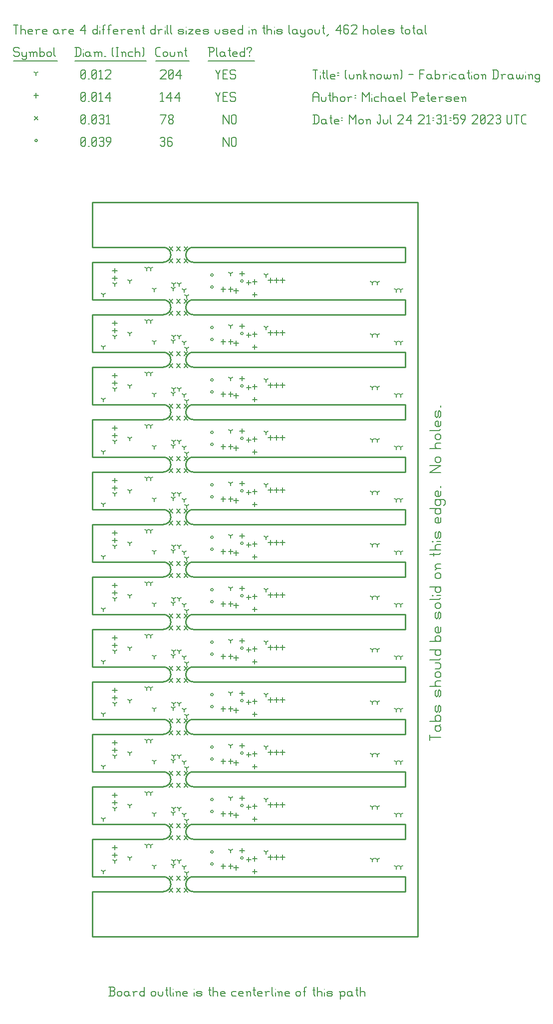
<source format=gbr>
G04 start of page 13 for group -3984 idx -3984 *
G04 Title: (unknown), fab *
G04 Creator: pcb 4.0.2 *
G04 CreationDate: Mon Jul 24 21:31:59 2023 UTC *
G04 For: railfan *
G04 Format: Gerber/RS-274X *
G04 PCB-Dimensions (mil): 3000.00 5500.00 *
G04 PCB-Coordinate-Origin: lower left *
%MOIN*%
%FSLAX25Y25*%
%LNFAB*%
%ADD62C,0.0093*%
%ADD61C,0.0074*%
%ADD60C,0.0100*%
%ADD59C,0.0075*%
%ADD58C,0.0060*%
%ADD57R,0.0080X0.0080*%
G54D57*X151700Y467500D02*G75*G03X153300Y467500I800J0D01*G01*
G75*G03X151700Y467500I-800J0D01*G01*
X131700Y471500D02*G75*G03X133300Y471500I800J0D01*G01*
G75*G03X131700Y471500I-800J0D01*G01*
Y463500D02*G75*G03X133300Y463500I800J0D01*G01*
G75*G03X131700Y463500I-800J0D01*G01*
X151700Y432500D02*G75*G03X153300Y432500I800J0D01*G01*
G75*G03X151700Y432500I-800J0D01*G01*
X131700Y436500D02*G75*G03X133300Y436500I800J0D01*G01*
G75*G03X131700Y436500I-800J0D01*G01*
Y428500D02*G75*G03X133300Y428500I800J0D01*G01*
G75*G03X131700Y428500I-800J0D01*G01*
X151700Y397500D02*G75*G03X153300Y397500I800J0D01*G01*
G75*G03X151700Y397500I-800J0D01*G01*
X131700Y401500D02*G75*G03X133300Y401500I800J0D01*G01*
G75*G03X131700Y401500I-800J0D01*G01*
Y393500D02*G75*G03X133300Y393500I800J0D01*G01*
G75*G03X131700Y393500I-800J0D01*G01*
X151700Y362500D02*G75*G03X153300Y362500I800J0D01*G01*
G75*G03X151700Y362500I-800J0D01*G01*
X131700Y366500D02*G75*G03X133300Y366500I800J0D01*G01*
G75*G03X131700Y366500I-800J0D01*G01*
Y358500D02*G75*G03X133300Y358500I800J0D01*G01*
G75*G03X131700Y358500I-800J0D01*G01*
X151700Y327500D02*G75*G03X153300Y327500I800J0D01*G01*
G75*G03X151700Y327500I-800J0D01*G01*
X131700Y331500D02*G75*G03X133300Y331500I800J0D01*G01*
G75*G03X131700Y331500I-800J0D01*G01*
Y323500D02*G75*G03X133300Y323500I800J0D01*G01*
G75*G03X131700Y323500I-800J0D01*G01*
X151700Y292500D02*G75*G03X153300Y292500I800J0D01*G01*
G75*G03X151700Y292500I-800J0D01*G01*
X131700Y296500D02*G75*G03X133300Y296500I800J0D01*G01*
G75*G03X131700Y296500I-800J0D01*G01*
Y288500D02*G75*G03X133300Y288500I800J0D01*G01*
G75*G03X131700Y288500I-800J0D01*G01*
X151700Y257500D02*G75*G03X153300Y257500I800J0D01*G01*
G75*G03X151700Y257500I-800J0D01*G01*
X131700Y261500D02*G75*G03X133300Y261500I800J0D01*G01*
G75*G03X131700Y261500I-800J0D01*G01*
Y253500D02*G75*G03X133300Y253500I800J0D01*G01*
G75*G03X131700Y253500I-800J0D01*G01*
X151700Y222500D02*G75*G03X153300Y222500I800J0D01*G01*
G75*G03X151700Y222500I-800J0D01*G01*
X131700Y226500D02*G75*G03X133300Y226500I800J0D01*G01*
G75*G03X131700Y226500I-800J0D01*G01*
Y218500D02*G75*G03X133300Y218500I800J0D01*G01*
G75*G03X131700Y218500I-800J0D01*G01*
X151700Y187500D02*G75*G03X153300Y187500I800J0D01*G01*
G75*G03X151700Y187500I-800J0D01*G01*
X131700Y191500D02*G75*G03X133300Y191500I800J0D01*G01*
G75*G03X131700Y191500I-800J0D01*G01*
Y183500D02*G75*G03X133300Y183500I800J0D01*G01*
G75*G03X131700Y183500I-800J0D01*G01*
X151700Y152500D02*G75*G03X153300Y152500I800J0D01*G01*
G75*G03X151700Y152500I-800J0D01*G01*
X131700Y156500D02*G75*G03X133300Y156500I800J0D01*G01*
G75*G03X131700Y156500I-800J0D01*G01*
Y148500D02*G75*G03X133300Y148500I800J0D01*G01*
G75*G03X131700Y148500I-800J0D01*G01*
X151700Y117500D02*G75*G03X153300Y117500I800J0D01*G01*
G75*G03X151700Y117500I-800J0D01*G01*
X131700Y121500D02*G75*G03X133300Y121500I800J0D01*G01*
G75*G03X131700Y121500I-800J0D01*G01*
Y113500D02*G75*G03X133300Y113500I800J0D01*G01*
G75*G03X131700Y113500I-800J0D01*G01*
X151700Y82500D02*G75*G03X153300Y82500I800J0D01*G01*
G75*G03X151700Y82500I-800J0D01*G01*
X131700Y86500D02*G75*G03X133300Y86500I800J0D01*G01*
G75*G03X131700Y86500I-800J0D01*G01*
Y78500D02*G75*G03X133300Y78500I800J0D01*G01*
G75*G03X131700Y78500I-800J0D01*G01*
X14200Y561250D02*G75*G03X15800Y561250I800J0D01*G01*
G75*G03X14200Y561250I-800J0D01*G01*
G54D58*X140000Y563500D02*Y557500D01*
Y563500D02*X143750Y557500D01*
Y563500D02*Y557500D01*
X145550Y562750D02*Y558250D01*
Y562750D02*X146300Y563500D01*
X147800D01*
X148550Y562750D01*
Y558250D01*
X147800Y557500D02*X148550Y558250D01*
X146300Y557500D02*X147800D01*
X145550Y558250D02*X146300Y557500D01*
X98000Y562750D02*X98750Y563500D01*
X100250D01*
X101000Y562750D01*
X100250Y557500D02*X101000Y558250D01*
X98750Y557500D02*X100250D01*
X98000Y558250D02*X98750Y557500D01*
Y560800D02*X100250D01*
X101000Y562750D02*Y561550D01*
Y560050D02*Y558250D01*
Y560050D02*X100250Y560800D01*
X101000Y561550D02*X100250Y560800D01*
X105050Y563500D02*X105800Y562750D01*
X103550Y563500D02*X105050D01*
X102800Y562750D02*X103550Y563500D01*
X102800Y562750D02*Y558250D01*
X103550Y557500D01*
X105050Y560800D02*X105800Y560050D01*
X102800Y560800D02*X105050D01*
X103550Y557500D02*X105050D01*
X105800Y558250D01*
Y560050D02*Y558250D01*
X45000D02*X45750Y557500D01*
X45000Y562750D02*Y558250D01*
Y562750D02*X45750Y563500D01*
X47250D01*
X48000Y562750D01*
Y558250D01*
X47250Y557500D02*X48000Y558250D01*
X45750Y557500D02*X47250D01*
X45000Y559000D02*X48000Y562000D01*
X49800Y557500D02*X50550D01*
X52350Y558250D02*X53100Y557500D01*
X52350Y562750D02*Y558250D01*
Y562750D02*X53100Y563500D01*
X54600D01*
X55350Y562750D01*
Y558250D01*
X54600Y557500D02*X55350Y558250D01*
X53100Y557500D02*X54600D01*
X52350Y559000D02*X55350Y562000D01*
X57150Y562750D02*X57900Y563500D01*
X59400D01*
X60150Y562750D01*
X59400Y557500D02*X60150Y558250D01*
X57900Y557500D02*X59400D01*
X57150Y558250D02*X57900Y557500D01*
Y560800D02*X59400D01*
X60150Y562750D02*Y561550D01*
Y560050D02*Y558250D01*
Y560050D02*X59400Y560800D01*
X60150Y561550D02*X59400Y560800D01*
X62700Y557500D02*X64950Y560500D01*
Y562750D02*Y560500D01*
X64200Y563500D02*X64950Y562750D01*
X62700Y563500D02*X64200D01*
X61950Y562750D02*X62700Y563500D01*
X61950Y562750D02*Y561250D01*
X62700Y560500D01*
X64950D01*
X103800Y420200D02*X106200Y417800D01*
X103800D02*X106200Y420200D01*
X108800D02*X111200Y417800D01*
X108800D02*X111200Y420200D01*
X113800D02*X116200Y417800D01*
X113800D02*X116200Y420200D01*
X113800Y447200D02*X116200Y444800D01*
X113800D02*X116200Y447200D01*
X103800D02*X106200Y444800D01*
X103800D02*X106200Y447200D01*
X108800D02*X111200Y444800D01*
X108800D02*X111200Y447200D01*
X113800Y455200D02*X116200Y452800D01*
X113800D02*X116200Y455200D01*
X108800D02*X111200Y452800D01*
X108800D02*X111200Y455200D01*
X103800D02*X106200Y452800D01*
X103800D02*X106200Y455200D01*
X113800Y412200D02*X116200Y409800D01*
X113800D02*X116200Y412200D01*
X103800D02*X106200Y409800D01*
X103800D02*X106200Y412200D01*
X108800D02*X111200Y409800D01*
X108800D02*X111200Y412200D01*
X113800Y377200D02*X116200Y374800D01*
X113800D02*X116200Y377200D01*
X103800D02*X106200Y374800D01*
X103800D02*X106200Y377200D01*
X108800D02*X111200Y374800D01*
X108800D02*X111200Y377200D01*
X113800Y385200D02*X116200Y382800D01*
X113800D02*X116200Y385200D01*
X108800D02*X111200Y382800D01*
X108800D02*X111200Y385200D01*
X103800D02*X106200Y382800D01*
X103800D02*X106200Y385200D01*
X113800Y342200D02*X116200Y339800D01*
X113800D02*X116200Y342200D01*
X103800D02*X106200Y339800D01*
X103800D02*X106200Y342200D01*
X108800D02*X111200Y339800D01*
X108800D02*X111200Y342200D01*
X113800Y350200D02*X116200Y347800D01*
X113800D02*X116200Y350200D01*
X108800D02*X111200Y347800D01*
X108800D02*X111200Y350200D01*
X103800D02*X106200Y347800D01*
X103800D02*X106200Y350200D01*
X113800Y307200D02*X116200Y304800D01*
X113800D02*X116200Y307200D01*
X103800D02*X106200Y304800D01*
X103800D02*X106200Y307200D01*
X108800D02*X111200Y304800D01*
X108800D02*X111200Y307200D01*
X113800Y315200D02*X116200Y312800D01*
X113800D02*X116200Y315200D01*
X108800D02*X111200Y312800D01*
X108800D02*X111200Y315200D01*
X103800D02*X106200Y312800D01*
X103800D02*X106200Y315200D01*
X113800Y272200D02*X116200Y269800D01*
X113800D02*X116200Y272200D01*
X103800D02*X106200Y269800D01*
X103800D02*X106200Y272200D01*
X108800D02*X111200Y269800D01*
X108800D02*X111200Y272200D01*
X113800Y280200D02*X116200Y277800D01*
X113800D02*X116200Y280200D01*
X108800D02*X111200Y277800D01*
X108800D02*X111200Y280200D01*
X103800D02*X106200Y277800D01*
X103800D02*X106200Y280200D01*
X113800Y237200D02*X116200Y234800D01*
X113800D02*X116200Y237200D01*
X103800D02*X106200Y234800D01*
X103800D02*X106200Y237200D01*
X108800D02*X111200Y234800D01*
X108800D02*X111200Y237200D01*
X113800Y245200D02*X116200Y242800D01*
X113800D02*X116200Y245200D01*
X108800D02*X111200Y242800D01*
X108800D02*X111200Y245200D01*
X103800D02*X106200Y242800D01*
X103800D02*X106200Y245200D01*
X113800Y202200D02*X116200Y199800D01*
X113800D02*X116200Y202200D01*
X103800D02*X106200Y199800D01*
X103800D02*X106200Y202200D01*
X108800D02*X111200Y199800D01*
X108800D02*X111200Y202200D01*
X113800Y210200D02*X116200Y207800D01*
X113800D02*X116200Y210200D01*
X108800D02*X111200Y207800D01*
X108800D02*X111200Y210200D01*
X103800D02*X106200Y207800D01*
X103800D02*X106200Y210200D01*
X113800Y167200D02*X116200Y164800D01*
X113800D02*X116200Y167200D01*
X103800D02*X106200Y164800D01*
X103800D02*X106200Y167200D01*
X108800D02*X111200Y164800D01*
X108800D02*X111200Y167200D01*
X113800Y175200D02*X116200Y172800D01*
X113800D02*X116200Y175200D01*
X108800D02*X111200Y172800D01*
X108800D02*X111200Y175200D01*
X103800D02*X106200Y172800D01*
X103800D02*X106200Y175200D01*
X113800Y132200D02*X116200Y129800D01*
X113800D02*X116200Y132200D01*
X103800D02*X106200Y129800D01*
X103800D02*X106200Y132200D01*
X108800D02*X111200Y129800D01*
X108800D02*X111200Y132200D01*
X113800Y140200D02*X116200Y137800D01*
X113800D02*X116200Y140200D01*
X108800D02*X111200Y137800D01*
X108800D02*X111200Y140200D01*
X103800D02*X106200Y137800D01*
X103800D02*X106200Y140200D01*
X113800Y97200D02*X116200Y94800D01*
X113800D02*X116200Y97200D01*
X103800D02*X106200Y94800D01*
X103800D02*X106200Y97200D01*
X108800D02*X111200Y94800D01*
X108800D02*X111200Y97200D01*
X113800Y105200D02*X116200Y102800D01*
X113800D02*X116200Y105200D01*
X108800D02*X111200Y102800D01*
X108800D02*X111200Y105200D01*
X103800D02*X106200Y102800D01*
X103800D02*X106200Y105200D01*
X113800Y482200D02*X116200Y479800D01*
X113800D02*X116200Y482200D01*
X103800D02*X106200Y479800D01*
X103800D02*X106200Y482200D01*
X108800D02*X111200Y479800D01*
X108800D02*X111200Y482200D01*
X113800Y490200D02*X116200Y487800D01*
X113800D02*X116200Y490200D01*
X108800D02*X111200Y487800D01*
X108800D02*X111200Y490200D01*
X103800D02*X106200Y487800D01*
X103800D02*X106200Y490200D01*
X113800Y70200D02*X116200Y67800D01*
X113800D02*X116200Y70200D01*
X103800D02*X106200Y67800D01*
X103800D02*X106200Y70200D01*
X108800D02*X111200Y67800D01*
X108800D02*X111200Y70200D01*
X113800Y62200D02*X116200Y59800D01*
X113800D02*X116200Y62200D01*
X108800D02*X111200Y59800D01*
X108800D02*X111200Y62200D01*
X103800D02*X106200Y59800D01*
X103800D02*X106200Y62200D01*
X13800Y577450D02*X16200Y575050D01*
X13800D02*X16200Y577450D01*
X140000Y578500D02*Y572500D01*
Y578500D02*X143750Y572500D01*
Y578500D02*Y572500D01*
X145550Y577750D02*Y573250D01*
Y577750D02*X146300Y578500D01*
X147800D01*
X148550Y577750D01*
Y573250D01*
X147800Y572500D02*X148550Y573250D01*
X146300Y572500D02*X147800D01*
X145550Y573250D02*X146300Y572500D01*
X98750D02*X101750Y578500D01*
X98000D02*X101750D01*
X103550Y573250D02*X104300Y572500D01*
X103550Y574450D02*Y573250D01*
Y574450D02*X104600Y575500D01*
X105500D01*
X106550Y574450D01*
Y573250D01*
X105800Y572500D02*X106550Y573250D01*
X104300Y572500D02*X105800D01*
X103550Y576550D02*X104600Y575500D01*
X103550Y577750D02*Y576550D01*
Y577750D02*X104300Y578500D01*
X105800D01*
X106550Y577750D01*
Y576550D01*
X105500Y575500D02*X106550Y576550D01*
X45000Y573250D02*X45750Y572500D01*
X45000Y577750D02*Y573250D01*
Y577750D02*X45750Y578500D01*
X47250D01*
X48000Y577750D01*
Y573250D01*
X47250Y572500D02*X48000Y573250D01*
X45750Y572500D02*X47250D01*
X45000Y574000D02*X48000Y577000D01*
X49800Y572500D02*X50550D01*
X52350Y573250D02*X53100Y572500D01*
X52350Y577750D02*Y573250D01*
Y577750D02*X53100Y578500D01*
X54600D01*
X55350Y577750D01*
Y573250D01*
X54600Y572500D02*X55350Y573250D01*
X53100Y572500D02*X54600D01*
X52350Y574000D02*X55350Y577000D01*
X57150Y577750D02*X57900Y578500D01*
X59400D01*
X60150Y577750D01*
X59400Y572500D02*X60150Y573250D01*
X57900Y572500D02*X59400D01*
X57150Y573250D02*X57900Y572500D01*
Y575800D02*X59400D01*
X60150Y577750D02*Y576550D01*
Y575050D02*Y573250D01*
Y575050D02*X59400Y575800D01*
X60150Y576550D02*X59400Y575800D01*
X61950Y577300D02*X63150Y578500D01*
Y572500D01*
X61950D02*X64200D01*
X67500Y476100D02*Y472900D01*
X65900Y474500D02*X69100D01*
X145000Y463600D02*Y460400D01*
X143400Y462000D02*X146600D01*
X148500Y462600D02*Y459400D01*
X146900Y461000D02*X150100D01*
X161000Y460100D02*Y456900D01*
X159400Y458500D02*X162600D01*
X161000Y468600D02*Y465400D01*
X159400Y467000D02*X162600D01*
X157000Y468100D02*Y464900D01*
X155400Y466500D02*X158600D01*
X152500Y474100D02*Y470900D01*
X150900Y472500D02*X154100D01*
X175500Y469600D02*Y466400D01*
X173900Y468000D02*X177100D01*
X179500Y469600D02*Y466400D01*
X177900Y468000D02*X181100D01*
X171500Y469600D02*Y466400D01*
X169900Y468000D02*X173100D01*
X140000Y463600D02*Y460400D01*
X138400Y462000D02*X141600D01*
X67500Y471100D02*Y467900D01*
X65900Y469500D02*X69100D01*
X67500Y441100D02*Y437900D01*
X65900Y439500D02*X69100D01*
X145000Y428600D02*Y425400D01*
X143400Y427000D02*X146600D01*
X148500Y427600D02*Y424400D01*
X146900Y426000D02*X150100D01*
X161000Y425100D02*Y421900D01*
X159400Y423500D02*X162600D01*
X161000Y433600D02*Y430400D01*
X159400Y432000D02*X162600D01*
X157000Y433100D02*Y429900D01*
X155400Y431500D02*X158600D01*
X152500Y439100D02*Y435900D01*
X150900Y437500D02*X154100D01*
X175500Y434600D02*Y431400D01*
X173900Y433000D02*X177100D01*
X179500Y434600D02*Y431400D01*
X177900Y433000D02*X181100D01*
X171500Y434600D02*Y431400D01*
X169900Y433000D02*X173100D01*
X140000Y428600D02*Y425400D01*
X138400Y427000D02*X141600D01*
X67500Y436100D02*Y432900D01*
X65900Y434500D02*X69100D01*
X67500Y406100D02*Y402900D01*
X65900Y404500D02*X69100D01*
X145000Y393600D02*Y390400D01*
X143400Y392000D02*X146600D01*
X148500Y392600D02*Y389400D01*
X146900Y391000D02*X150100D01*
X161000Y390100D02*Y386900D01*
X159400Y388500D02*X162600D01*
X161000Y398600D02*Y395400D01*
X159400Y397000D02*X162600D01*
X157000Y398100D02*Y394900D01*
X155400Y396500D02*X158600D01*
X152500Y404100D02*Y400900D01*
X150900Y402500D02*X154100D01*
X175500Y399600D02*Y396400D01*
X173900Y398000D02*X177100D01*
X179500Y399600D02*Y396400D01*
X177900Y398000D02*X181100D01*
X171500Y399600D02*Y396400D01*
X169900Y398000D02*X173100D01*
X140000Y393600D02*Y390400D01*
X138400Y392000D02*X141600D01*
X67500Y401100D02*Y397900D01*
X65900Y399500D02*X69100D01*
X67500Y371100D02*Y367900D01*
X65900Y369500D02*X69100D01*
X145000Y358600D02*Y355400D01*
X143400Y357000D02*X146600D01*
X148500Y357600D02*Y354400D01*
X146900Y356000D02*X150100D01*
X161000Y355100D02*Y351900D01*
X159400Y353500D02*X162600D01*
X161000Y363600D02*Y360400D01*
X159400Y362000D02*X162600D01*
X157000Y363100D02*Y359900D01*
X155400Y361500D02*X158600D01*
X152500Y369100D02*Y365900D01*
X150900Y367500D02*X154100D01*
X175500Y364600D02*Y361400D01*
X173900Y363000D02*X177100D01*
X179500Y364600D02*Y361400D01*
X177900Y363000D02*X181100D01*
X171500Y364600D02*Y361400D01*
X169900Y363000D02*X173100D01*
X140000Y358600D02*Y355400D01*
X138400Y357000D02*X141600D01*
X67500Y366100D02*Y362900D01*
X65900Y364500D02*X69100D01*
X67500Y336100D02*Y332900D01*
X65900Y334500D02*X69100D01*
X145000Y323600D02*Y320400D01*
X143400Y322000D02*X146600D01*
X148500Y322600D02*Y319400D01*
X146900Y321000D02*X150100D01*
X161000Y320100D02*Y316900D01*
X159400Y318500D02*X162600D01*
X161000Y328600D02*Y325400D01*
X159400Y327000D02*X162600D01*
X157000Y328100D02*Y324900D01*
X155400Y326500D02*X158600D01*
X152500Y334100D02*Y330900D01*
X150900Y332500D02*X154100D01*
X175500Y329600D02*Y326400D01*
X173900Y328000D02*X177100D01*
X179500Y329600D02*Y326400D01*
X177900Y328000D02*X181100D01*
X171500Y329600D02*Y326400D01*
X169900Y328000D02*X173100D01*
X140000Y323600D02*Y320400D01*
X138400Y322000D02*X141600D01*
X67500Y331100D02*Y327900D01*
X65900Y329500D02*X69100D01*
X67500Y301100D02*Y297900D01*
X65900Y299500D02*X69100D01*
X145000Y288600D02*Y285400D01*
X143400Y287000D02*X146600D01*
X148500Y287600D02*Y284400D01*
X146900Y286000D02*X150100D01*
X161000Y285100D02*Y281900D01*
X159400Y283500D02*X162600D01*
X161000Y293600D02*Y290400D01*
X159400Y292000D02*X162600D01*
X157000Y293100D02*Y289900D01*
X155400Y291500D02*X158600D01*
X152500Y299100D02*Y295900D01*
X150900Y297500D02*X154100D01*
X175500Y294600D02*Y291400D01*
X173900Y293000D02*X177100D01*
X179500Y294600D02*Y291400D01*
X177900Y293000D02*X181100D01*
X171500Y294600D02*Y291400D01*
X169900Y293000D02*X173100D01*
X140000Y288600D02*Y285400D01*
X138400Y287000D02*X141600D01*
X67500Y296100D02*Y292900D01*
X65900Y294500D02*X69100D01*
X67500Y266100D02*Y262900D01*
X65900Y264500D02*X69100D01*
X145000Y253600D02*Y250400D01*
X143400Y252000D02*X146600D01*
X148500Y252600D02*Y249400D01*
X146900Y251000D02*X150100D01*
X161000Y250100D02*Y246900D01*
X159400Y248500D02*X162600D01*
X161000Y258600D02*Y255400D01*
X159400Y257000D02*X162600D01*
X157000Y258100D02*Y254900D01*
X155400Y256500D02*X158600D01*
X152500Y264100D02*Y260900D01*
X150900Y262500D02*X154100D01*
X175500Y259600D02*Y256400D01*
X173900Y258000D02*X177100D01*
X179500Y259600D02*Y256400D01*
X177900Y258000D02*X181100D01*
X171500Y259600D02*Y256400D01*
X169900Y258000D02*X173100D01*
X140000Y253600D02*Y250400D01*
X138400Y252000D02*X141600D01*
X67500Y261100D02*Y257900D01*
X65900Y259500D02*X69100D01*
X67500Y231100D02*Y227900D01*
X65900Y229500D02*X69100D01*
X145000Y218600D02*Y215400D01*
X143400Y217000D02*X146600D01*
X148500Y217600D02*Y214400D01*
X146900Y216000D02*X150100D01*
X161000Y215100D02*Y211900D01*
X159400Y213500D02*X162600D01*
X161000Y223600D02*Y220400D01*
X159400Y222000D02*X162600D01*
X157000Y223100D02*Y219900D01*
X155400Y221500D02*X158600D01*
X152500Y229100D02*Y225900D01*
X150900Y227500D02*X154100D01*
X175500Y224600D02*Y221400D01*
X173900Y223000D02*X177100D01*
X179500Y224600D02*Y221400D01*
X177900Y223000D02*X181100D01*
X171500Y224600D02*Y221400D01*
X169900Y223000D02*X173100D01*
X140000Y218600D02*Y215400D01*
X138400Y217000D02*X141600D01*
X67500Y226100D02*Y222900D01*
X65900Y224500D02*X69100D01*
X67500Y196100D02*Y192900D01*
X65900Y194500D02*X69100D01*
X145000Y183600D02*Y180400D01*
X143400Y182000D02*X146600D01*
X148500Y182600D02*Y179400D01*
X146900Y181000D02*X150100D01*
X161000Y180100D02*Y176900D01*
X159400Y178500D02*X162600D01*
X161000Y188600D02*Y185400D01*
X159400Y187000D02*X162600D01*
X157000Y188100D02*Y184900D01*
X155400Y186500D02*X158600D01*
X152500Y194100D02*Y190900D01*
X150900Y192500D02*X154100D01*
X175500Y189600D02*Y186400D01*
X173900Y188000D02*X177100D01*
X179500Y189600D02*Y186400D01*
X177900Y188000D02*X181100D01*
X171500Y189600D02*Y186400D01*
X169900Y188000D02*X173100D01*
X140000Y183600D02*Y180400D01*
X138400Y182000D02*X141600D01*
X67500Y191100D02*Y187900D01*
X65900Y189500D02*X69100D01*
X67500Y161100D02*Y157900D01*
X65900Y159500D02*X69100D01*
X145000Y148600D02*Y145400D01*
X143400Y147000D02*X146600D01*
X148500Y147600D02*Y144400D01*
X146900Y146000D02*X150100D01*
X161000Y145100D02*Y141900D01*
X159400Y143500D02*X162600D01*
X161000Y153600D02*Y150400D01*
X159400Y152000D02*X162600D01*
X157000Y153100D02*Y149900D01*
X155400Y151500D02*X158600D01*
X152500Y159100D02*Y155900D01*
X150900Y157500D02*X154100D01*
X175500Y154600D02*Y151400D01*
X173900Y153000D02*X177100D01*
X179500Y154600D02*Y151400D01*
X177900Y153000D02*X181100D01*
X171500Y154600D02*Y151400D01*
X169900Y153000D02*X173100D01*
X140000Y148600D02*Y145400D01*
X138400Y147000D02*X141600D01*
X67500Y156100D02*Y152900D01*
X65900Y154500D02*X69100D01*
X67500Y126100D02*Y122900D01*
X65900Y124500D02*X69100D01*
X145000Y113600D02*Y110400D01*
X143400Y112000D02*X146600D01*
X148500Y112600D02*Y109400D01*
X146900Y111000D02*X150100D01*
X161000Y110100D02*Y106900D01*
X159400Y108500D02*X162600D01*
X161000Y118600D02*Y115400D01*
X159400Y117000D02*X162600D01*
X157000Y118100D02*Y114900D01*
X155400Y116500D02*X158600D01*
X152500Y124100D02*Y120900D01*
X150900Y122500D02*X154100D01*
X175500Y119600D02*Y116400D01*
X173900Y118000D02*X177100D01*
X179500Y119600D02*Y116400D01*
X177900Y118000D02*X181100D01*
X171500Y119600D02*Y116400D01*
X169900Y118000D02*X173100D01*
X140000Y113600D02*Y110400D01*
X138400Y112000D02*X141600D01*
X67500Y121100D02*Y117900D01*
X65900Y119500D02*X69100D01*
X67500Y91100D02*Y87900D01*
X65900Y89500D02*X69100D01*
X145000Y78600D02*Y75400D01*
X143400Y77000D02*X146600D01*
X148500Y77600D02*Y74400D01*
X146900Y76000D02*X150100D01*
X161000Y75100D02*Y71900D01*
X159400Y73500D02*X162600D01*
X161000Y83600D02*Y80400D01*
X159400Y82000D02*X162600D01*
X157000Y83100D02*Y79900D01*
X155400Y81500D02*X158600D01*
X152500Y89100D02*Y85900D01*
X150900Y87500D02*X154100D01*
X175500Y84600D02*Y81400D01*
X173900Y83000D02*X177100D01*
X179500Y84600D02*Y81400D01*
X177900Y83000D02*X181100D01*
X171500Y84600D02*Y81400D01*
X169900Y83000D02*X173100D01*
X140000Y78600D02*Y75400D01*
X138400Y77000D02*X141600D01*
X67500Y86100D02*Y82900D01*
X65900Y84500D02*X69100D01*
X15000Y592850D02*Y589650D01*
X13400Y591250D02*X16600D01*
X135000Y593500D02*X136500Y590500D01*
X138000Y593500D01*
X136500Y590500D02*Y587500D01*
X139800Y590800D02*X142050D01*
X139800Y587500D02*X142800D01*
X139800Y593500D02*Y587500D01*
Y593500D02*X142800D01*
X147600D02*X148350Y592750D01*
X145350Y593500D02*X147600D01*
X144600Y592750D02*X145350Y593500D01*
X144600Y592750D02*Y591250D01*
X145350Y590500D01*
X147600D01*
X148350Y589750D01*
Y588250D01*
X147600Y587500D02*X148350Y588250D01*
X145350Y587500D02*X147600D01*
X144600Y588250D02*X145350Y587500D01*
X98000Y592300D02*X99200Y593500D01*
Y587500D01*
X98000D02*X100250D01*
X102050Y589750D02*X105050Y593500D01*
X102050Y589750D02*X105800D01*
X105050Y593500D02*Y587500D01*
X107600Y589750D02*X110600Y593500D01*
X107600Y589750D02*X111350D01*
X110600Y593500D02*Y587500D01*
X45000Y588250D02*X45750Y587500D01*
X45000Y592750D02*Y588250D01*
Y592750D02*X45750Y593500D01*
X47250D01*
X48000Y592750D01*
Y588250D01*
X47250Y587500D02*X48000Y588250D01*
X45750Y587500D02*X47250D01*
X45000Y589000D02*X48000Y592000D01*
X49800Y587500D02*X50550D01*
X52350Y588250D02*X53100Y587500D01*
X52350Y592750D02*Y588250D01*
Y592750D02*X53100Y593500D01*
X54600D01*
X55350Y592750D01*
Y588250D01*
X54600Y587500D02*X55350Y588250D01*
X53100Y587500D02*X54600D01*
X52350Y589000D02*X55350Y592000D01*
X57150Y592300D02*X58350Y593500D01*
Y587500D01*
X57150D02*X59400D01*
X61200Y589750D02*X64200Y593500D01*
X61200Y589750D02*X64950D01*
X64200Y593500D02*Y587500D01*
X77500Y467500D02*Y465900D01*
Y467500D02*X78887Y468300D01*
X77500Y467500D02*X76113Y468300D01*
X89000Y476000D02*Y474400D01*
Y476000D02*X90387Y476800D01*
X89000Y476000D02*X87613Y476800D01*
X168500Y471500D02*Y469900D01*
Y471500D02*X169887Y472300D01*
X168500Y471500D02*X167113Y472300D01*
X255500Y461594D02*Y459994D01*
Y461594D02*X256887Y462394D01*
X255500Y461594D02*X254113Y462394D01*
X258500Y461594D02*Y459994D01*
Y461594D02*X259887Y462394D01*
X258500Y461594D02*X257113Y462394D01*
X243000Y466500D02*Y464900D01*
Y466500D02*X244387Y467300D01*
X243000Y466500D02*X241613Y467300D01*
X239500Y466500D02*Y464900D01*
Y466500D02*X240887Y467300D01*
X239500Y466500D02*X238113Y467300D01*
X145000Y472500D02*Y470900D01*
Y472500D02*X146387Y473300D01*
X145000Y472500D02*X143613Y473300D01*
X115500Y457500D02*Y455900D01*
Y457500D02*X116887Y458300D01*
X115500Y457500D02*X114113Y458300D01*
X114000Y461500D02*Y459900D01*
Y461500D02*X115387Y462300D01*
X114000Y461500D02*X112613Y462300D01*
X106500Y462500D02*Y460900D01*
Y462500D02*X107887Y463300D01*
X106500Y462500D02*X105113Y463300D01*
X107000Y465500D02*Y463900D01*
Y465500D02*X108387Y466300D01*
X107000Y465500D02*X105613Y466300D01*
X110500Y465500D02*Y463900D01*
Y465500D02*X111887Y466300D01*
X110500Y465500D02*X109113Y466300D01*
X94000Y462000D02*Y460400D01*
Y462000D02*X95387Y462800D01*
X94000Y462000D02*X92613Y462800D01*
X91500Y476000D02*Y474400D01*
Y476000D02*X92887Y476800D01*
X91500Y476000D02*X90113Y476800D01*
X60000Y458500D02*Y456900D01*
Y458500D02*X61387Y459300D01*
X60000Y458500D02*X58613Y459300D01*
X67500Y465500D02*Y463900D01*
Y465500D02*X68887Y466300D01*
X67500Y465500D02*X66113Y466300D01*
X77500Y432500D02*Y430900D01*
Y432500D02*X78887Y433300D01*
X77500Y432500D02*X76113Y433300D01*
X89000Y441000D02*Y439400D01*
Y441000D02*X90387Y441800D01*
X89000Y441000D02*X87613Y441800D01*
X168500Y436500D02*Y434900D01*
Y436500D02*X169887Y437300D01*
X168500Y436500D02*X167113Y437300D01*
X255500Y426594D02*Y424994D01*
Y426594D02*X256887Y427394D01*
X255500Y426594D02*X254113Y427394D01*
X258500Y426594D02*Y424994D01*
Y426594D02*X259887Y427394D01*
X258500Y426594D02*X257113Y427394D01*
X243000Y431500D02*Y429900D01*
Y431500D02*X244387Y432300D01*
X243000Y431500D02*X241613Y432300D01*
X239500Y431500D02*Y429900D01*
Y431500D02*X240887Y432300D01*
X239500Y431500D02*X238113Y432300D01*
X145000Y437500D02*Y435900D01*
Y437500D02*X146387Y438300D01*
X145000Y437500D02*X143613Y438300D01*
X115500Y422500D02*Y420900D01*
Y422500D02*X116887Y423300D01*
X115500Y422500D02*X114113Y423300D01*
X114000Y426500D02*Y424900D01*
Y426500D02*X115387Y427300D01*
X114000Y426500D02*X112613Y427300D01*
X106500Y427500D02*Y425900D01*
Y427500D02*X107887Y428300D01*
X106500Y427500D02*X105113Y428300D01*
X107000Y430500D02*Y428900D01*
Y430500D02*X108387Y431300D01*
X107000Y430500D02*X105613Y431300D01*
X110500Y430500D02*Y428900D01*
Y430500D02*X111887Y431300D01*
X110500Y430500D02*X109113Y431300D01*
X94000Y427000D02*Y425400D01*
Y427000D02*X95387Y427800D01*
X94000Y427000D02*X92613Y427800D01*
X91500Y441000D02*Y439400D01*
Y441000D02*X92887Y441800D01*
X91500Y441000D02*X90113Y441800D01*
X60000Y423500D02*Y421900D01*
Y423500D02*X61387Y424300D01*
X60000Y423500D02*X58613Y424300D01*
X67500Y430500D02*Y428900D01*
Y430500D02*X68887Y431300D01*
X67500Y430500D02*X66113Y431300D01*
X77500Y397500D02*Y395900D01*
Y397500D02*X78887Y398300D01*
X77500Y397500D02*X76113Y398300D01*
X89000Y406000D02*Y404400D01*
Y406000D02*X90387Y406800D01*
X89000Y406000D02*X87613Y406800D01*
X168500Y401500D02*Y399900D01*
Y401500D02*X169887Y402300D01*
X168500Y401500D02*X167113Y402300D01*
X255500Y391594D02*Y389994D01*
Y391594D02*X256887Y392394D01*
X255500Y391594D02*X254113Y392394D01*
X258500Y391594D02*Y389994D01*
Y391594D02*X259887Y392394D01*
X258500Y391594D02*X257113Y392394D01*
X243000Y396500D02*Y394900D01*
Y396500D02*X244387Y397300D01*
X243000Y396500D02*X241613Y397300D01*
X239500Y396500D02*Y394900D01*
Y396500D02*X240887Y397300D01*
X239500Y396500D02*X238113Y397300D01*
X145000Y402500D02*Y400900D01*
Y402500D02*X146387Y403300D01*
X145000Y402500D02*X143613Y403300D01*
X115500Y387500D02*Y385900D01*
Y387500D02*X116887Y388300D01*
X115500Y387500D02*X114113Y388300D01*
X114000Y391500D02*Y389900D01*
Y391500D02*X115387Y392300D01*
X114000Y391500D02*X112613Y392300D01*
X106500Y392500D02*Y390900D01*
Y392500D02*X107887Y393300D01*
X106500Y392500D02*X105113Y393300D01*
X107000Y395500D02*Y393900D01*
Y395500D02*X108387Y396300D01*
X107000Y395500D02*X105613Y396300D01*
X110500Y395500D02*Y393900D01*
Y395500D02*X111887Y396300D01*
X110500Y395500D02*X109113Y396300D01*
X94000Y392000D02*Y390400D01*
Y392000D02*X95387Y392800D01*
X94000Y392000D02*X92613Y392800D01*
X91500Y406000D02*Y404400D01*
Y406000D02*X92887Y406800D01*
X91500Y406000D02*X90113Y406800D01*
X60000Y388500D02*Y386900D01*
Y388500D02*X61387Y389300D01*
X60000Y388500D02*X58613Y389300D01*
X67500Y395500D02*Y393900D01*
Y395500D02*X68887Y396300D01*
X67500Y395500D02*X66113Y396300D01*
X77500Y362500D02*Y360900D01*
Y362500D02*X78887Y363300D01*
X77500Y362500D02*X76113Y363300D01*
X89000Y371000D02*Y369400D01*
Y371000D02*X90387Y371800D01*
X89000Y371000D02*X87613Y371800D01*
X168500Y366500D02*Y364900D01*
Y366500D02*X169887Y367300D01*
X168500Y366500D02*X167113Y367300D01*
X255500Y356594D02*Y354994D01*
Y356594D02*X256887Y357394D01*
X255500Y356594D02*X254113Y357394D01*
X258500Y356594D02*Y354994D01*
Y356594D02*X259887Y357394D01*
X258500Y356594D02*X257113Y357394D01*
X243000Y361500D02*Y359900D01*
Y361500D02*X244387Y362300D01*
X243000Y361500D02*X241613Y362300D01*
X239500Y361500D02*Y359900D01*
Y361500D02*X240887Y362300D01*
X239500Y361500D02*X238113Y362300D01*
X145000Y367500D02*Y365900D01*
Y367500D02*X146387Y368300D01*
X145000Y367500D02*X143613Y368300D01*
X115500Y352500D02*Y350900D01*
Y352500D02*X116887Y353300D01*
X115500Y352500D02*X114113Y353300D01*
X114000Y356500D02*Y354900D01*
Y356500D02*X115387Y357300D01*
X114000Y356500D02*X112613Y357300D01*
X106500Y357500D02*Y355900D01*
Y357500D02*X107887Y358300D01*
X106500Y357500D02*X105113Y358300D01*
X107000Y360500D02*Y358900D01*
Y360500D02*X108387Y361300D01*
X107000Y360500D02*X105613Y361300D01*
X110500Y360500D02*Y358900D01*
Y360500D02*X111887Y361300D01*
X110500Y360500D02*X109113Y361300D01*
X94000Y357000D02*Y355400D01*
Y357000D02*X95387Y357800D01*
X94000Y357000D02*X92613Y357800D01*
X91500Y371000D02*Y369400D01*
Y371000D02*X92887Y371800D01*
X91500Y371000D02*X90113Y371800D01*
X60000Y353500D02*Y351900D01*
Y353500D02*X61387Y354300D01*
X60000Y353500D02*X58613Y354300D01*
X67500Y360500D02*Y358900D01*
Y360500D02*X68887Y361300D01*
X67500Y360500D02*X66113Y361300D01*
X77500Y327500D02*Y325900D01*
Y327500D02*X78887Y328300D01*
X77500Y327500D02*X76113Y328300D01*
X89000Y336000D02*Y334400D01*
Y336000D02*X90387Y336800D01*
X89000Y336000D02*X87613Y336800D01*
X168500Y331500D02*Y329900D01*
Y331500D02*X169887Y332300D01*
X168500Y331500D02*X167113Y332300D01*
X255500Y321594D02*Y319994D01*
Y321594D02*X256887Y322394D01*
X255500Y321594D02*X254113Y322394D01*
X258500Y321594D02*Y319994D01*
Y321594D02*X259887Y322394D01*
X258500Y321594D02*X257113Y322394D01*
X243000Y326500D02*Y324900D01*
Y326500D02*X244387Y327300D01*
X243000Y326500D02*X241613Y327300D01*
X239500Y326500D02*Y324900D01*
Y326500D02*X240887Y327300D01*
X239500Y326500D02*X238113Y327300D01*
X145000Y332500D02*Y330900D01*
Y332500D02*X146387Y333300D01*
X145000Y332500D02*X143613Y333300D01*
X115500Y317500D02*Y315900D01*
Y317500D02*X116887Y318300D01*
X115500Y317500D02*X114113Y318300D01*
X114000Y321500D02*Y319900D01*
Y321500D02*X115387Y322300D01*
X114000Y321500D02*X112613Y322300D01*
X106500Y322500D02*Y320900D01*
Y322500D02*X107887Y323300D01*
X106500Y322500D02*X105113Y323300D01*
X107000Y325500D02*Y323900D01*
Y325500D02*X108387Y326300D01*
X107000Y325500D02*X105613Y326300D01*
X110500Y325500D02*Y323900D01*
Y325500D02*X111887Y326300D01*
X110500Y325500D02*X109113Y326300D01*
X94000Y322000D02*Y320400D01*
Y322000D02*X95387Y322800D01*
X94000Y322000D02*X92613Y322800D01*
X91500Y336000D02*Y334400D01*
Y336000D02*X92887Y336800D01*
X91500Y336000D02*X90113Y336800D01*
X60000Y318500D02*Y316900D01*
Y318500D02*X61387Y319300D01*
X60000Y318500D02*X58613Y319300D01*
X67500Y325500D02*Y323900D01*
Y325500D02*X68887Y326300D01*
X67500Y325500D02*X66113Y326300D01*
X77500Y292500D02*Y290900D01*
Y292500D02*X78887Y293300D01*
X77500Y292500D02*X76113Y293300D01*
X89000Y301000D02*Y299400D01*
Y301000D02*X90387Y301800D01*
X89000Y301000D02*X87613Y301800D01*
X168500Y296500D02*Y294900D01*
Y296500D02*X169887Y297300D01*
X168500Y296500D02*X167113Y297300D01*
X255500Y286594D02*Y284994D01*
Y286594D02*X256887Y287394D01*
X255500Y286594D02*X254113Y287394D01*
X258500Y286594D02*Y284994D01*
Y286594D02*X259887Y287394D01*
X258500Y286594D02*X257113Y287394D01*
X243000Y291500D02*Y289900D01*
Y291500D02*X244387Y292300D01*
X243000Y291500D02*X241613Y292300D01*
X239500Y291500D02*Y289900D01*
Y291500D02*X240887Y292300D01*
X239500Y291500D02*X238113Y292300D01*
X145000Y297500D02*Y295900D01*
Y297500D02*X146387Y298300D01*
X145000Y297500D02*X143613Y298300D01*
X115500Y282500D02*Y280900D01*
Y282500D02*X116887Y283300D01*
X115500Y282500D02*X114113Y283300D01*
X114000Y286500D02*Y284900D01*
Y286500D02*X115387Y287300D01*
X114000Y286500D02*X112613Y287300D01*
X106500Y287500D02*Y285900D01*
Y287500D02*X107887Y288300D01*
X106500Y287500D02*X105113Y288300D01*
X107000Y290500D02*Y288900D01*
Y290500D02*X108387Y291300D01*
X107000Y290500D02*X105613Y291300D01*
X110500Y290500D02*Y288900D01*
Y290500D02*X111887Y291300D01*
X110500Y290500D02*X109113Y291300D01*
X94000Y287000D02*Y285400D01*
Y287000D02*X95387Y287800D01*
X94000Y287000D02*X92613Y287800D01*
X91500Y301000D02*Y299400D01*
Y301000D02*X92887Y301800D01*
X91500Y301000D02*X90113Y301800D01*
X60000Y283500D02*Y281900D01*
Y283500D02*X61387Y284300D01*
X60000Y283500D02*X58613Y284300D01*
X67500Y290500D02*Y288900D01*
Y290500D02*X68887Y291300D01*
X67500Y290500D02*X66113Y291300D01*
X77500Y257500D02*Y255900D01*
Y257500D02*X78887Y258300D01*
X77500Y257500D02*X76113Y258300D01*
X89000Y266000D02*Y264400D01*
Y266000D02*X90387Y266800D01*
X89000Y266000D02*X87613Y266800D01*
X168500Y261500D02*Y259900D01*
Y261500D02*X169887Y262300D01*
X168500Y261500D02*X167113Y262300D01*
X255500Y251594D02*Y249994D01*
Y251594D02*X256887Y252394D01*
X255500Y251594D02*X254113Y252394D01*
X258500Y251594D02*Y249994D01*
Y251594D02*X259887Y252394D01*
X258500Y251594D02*X257113Y252394D01*
X243000Y256500D02*Y254900D01*
Y256500D02*X244387Y257300D01*
X243000Y256500D02*X241613Y257300D01*
X239500Y256500D02*Y254900D01*
Y256500D02*X240887Y257300D01*
X239500Y256500D02*X238113Y257300D01*
X145000Y262500D02*Y260900D01*
Y262500D02*X146387Y263300D01*
X145000Y262500D02*X143613Y263300D01*
X115500Y247500D02*Y245900D01*
Y247500D02*X116887Y248300D01*
X115500Y247500D02*X114113Y248300D01*
X114000Y251500D02*Y249900D01*
Y251500D02*X115387Y252300D01*
X114000Y251500D02*X112613Y252300D01*
X106500Y252500D02*Y250900D01*
Y252500D02*X107887Y253300D01*
X106500Y252500D02*X105113Y253300D01*
X107000Y255500D02*Y253900D01*
Y255500D02*X108387Y256300D01*
X107000Y255500D02*X105613Y256300D01*
X110500Y255500D02*Y253900D01*
Y255500D02*X111887Y256300D01*
X110500Y255500D02*X109113Y256300D01*
X94000Y252000D02*Y250400D01*
Y252000D02*X95387Y252800D01*
X94000Y252000D02*X92613Y252800D01*
X91500Y266000D02*Y264400D01*
Y266000D02*X92887Y266800D01*
X91500Y266000D02*X90113Y266800D01*
X60000Y248500D02*Y246900D01*
Y248500D02*X61387Y249300D01*
X60000Y248500D02*X58613Y249300D01*
X67500Y255500D02*Y253900D01*
Y255500D02*X68887Y256300D01*
X67500Y255500D02*X66113Y256300D01*
X77500Y222500D02*Y220900D01*
Y222500D02*X78887Y223300D01*
X77500Y222500D02*X76113Y223300D01*
X89000Y231000D02*Y229400D01*
Y231000D02*X90387Y231800D01*
X89000Y231000D02*X87613Y231800D01*
X168500Y226500D02*Y224900D01*
Y226500D02*X169887Y227300D01*
X168500Y226500D02*X167113Y227300D01*
X255500Y216594D02*Y214994D01*
Y216594D02*X256887Y217394D01*
X255500Y216594D02*X254113Y217394D01*
X258500Y216594D02*Y214994D01*
Y216594D02*X259887Y217394D01*
X258500Y216594D02*X257113Y217394D01*
X243000Y221500D02*Y219900D01*
Y221500D02*X244387Y222300D01*
X243000Y221500D02*X241613Y222300D01*
X239500Y221500D02*Y219900D01*
Y221500D02*X240887Y222300D01*
X239500Y221500D02*X238113Y222300D01*
X145000Y227500D02*Y225900D01*
Y227500D02*X146387Y228300D01*
X145000Y227500D02*X143613Y228300D01*
X115500Y212500D02*Y210900D01*
Y212500D02*X116887Y213300D01*
X115500Y212500D02*X114113Y213300D01*
X114000Y216500D02*Y214900D01*
Y216500D02*X115387Y217300D01*
X114000Y216500D02*X112613Y217300D01*
X106500Y217500D02*Y215900D01*
Y217500D02*X107887Y218300D01*
X106500Y217500D02*X105113Y218300D01*
X107000Y220500D02*Y218900D01*
Y220500D02*X108387Y221300D01*
X107000Y220500D02*X105613Y221300D01*
X110500Y220500D02*Y218900D01*
Y220500D02*X111887Y221300D01*
X110500Y220500D02*X109113Y221300D01*
X94000Y217000D02*Y215400D01*
Y217000D02*X95387Y217800D01*
X94000Y217000D02*X92613Y217800D01*
X91500Y231000D02*Y229400D01*
Y231000D02*X92887Y231800D01*
X91500Y231000D02*X90113Y231800D01*
X60000Y213500D02*Y211900D01*
Y213500D02*X61387Y214300D01*
X60000Y213500D02*X58613Y214300D01*
X67500Y220500D02*Y218900D01*
Y220500D02*X68887Y221300D01*
X67500Y220500D02*X66113Y221300D01*
X77500Y187500D02*Y185900D01*
Y187500D02*X78887Y188300D01*
X77500Y187500D02*X76113Y188300D01*
X89000Y196000D02*Y194400D01*
Y196000D02*X90387Y196800D01*
X89000Y196000D02*X87613Y196800D01*
X168500Y191500D02*Y189900D01*
Y191500D02*X169887Y192300D01*
X168500Y191500D02*X167113Y192300D01*
X255500Y181594D02*Y179994D01*
Y181594D02*X256887Y182394D01*
X255500Y181594D02*X254113Y182394D01*
X258500Y181594D02*Y179994D01*
Y181594D02*X259887Y182394D01*
X258500Y181594D02*X257113Y182394D01*
X243000Y186500D02*Y184900D01*
Y186500D02*X244387Y187300D01*
X243000Y186500D02*X241613Y187300D01*
X239500Y186500D02*Y184900D01*
Y186500D02*X240887Y187300D01*
X239500Y186500D02*X238113Y187300D01*
X145000Y192500D02*Y190900D01*
Y192500D02*X146387Y193300D01*
X145000Y192500D02*X143613Y193300D01*
X115500Y177500D02*Y175900D01*
Y177500D02*X116887Y178300D01*
X115500Y177500D02*X114113Y178300D01*
X114000Y181500D02*Y179900D01*
Y181500D02*X115387Y182300D01*
X114000Y181500D02*X112613Y182300D01*
X106500Y182500D02*Y180900D01*
Y182500D02*X107887Y183300D01*
X106500Y182500D02*X105113Y183300D01*
X107000Y185500D02*Y183900D01*
Y185500D02*X108387Y186300D01*
X107000Y185500D02*X105613Y186300D01*
X110500Y185500D02*Y183900D01*
Y185500D02*X111887Y186300D01*
X110500Y185500D02*X109113Y186300D01*
X94000Y182000D02*Y180400D01*
Y182000D02*X95387Y182800D01*
X94000Y182000D02*X92613Y182800D01*
X91500Y196000D02*Y194400D01*
Y196000D02*X92887Y196800D01*
X91500Y196000D02*X90113Y196800D01*
X60000Y178500D02*Y176900D01*
Y178500D02*X61387Y179300D01*
X60000Y178500D02*X58613Y179300D01*
X67500Y185500D02*Y183900D01*
Y185500D02*X68887Y186300D01*
X67500Y185500D02*X66113Y186300D01*
X77500Y152500D02*Y150900D01*
Y152500D02*X78887Y153300D01*
X77500Y152500D02*X76113Y153300D01*
X89000Y161000D02*Y159400D01*
Y161000D02*X90387Y161800D01*
X89000Y161000D02*X87613Y161800D01*
X168500Y156500D02*Y154900D01*
Y156500D02*X169887Y157300D01*
X168500Y156500D02*X167113Y157300D01*
X255500Y146594D02*Y144994D01*
Y146594D02*X256887Y147394D01*
X255500Y146594D02*X254113Y147394D01*
X258500Y146594D02*Y144994D01*
Y146594D02*X259887Y147394D01*
X258500Y146594D02*X257113Y147394D01*
X243000Y151500D02*Y149900D01*
Y151500D02*X244387Y152300D01*
X243000Y151500D02*X241613Y152300D01*
X239500Y151500D02*Y149900D01*
Y151500D02*X240887Y152300D01*
X239500Y151500D02*X238113Y152300D01*
X145000Y157500D02*Y155900D01*
Y157500D02*X146387Y158300D01*
X145000Y157500D02*X143613Y158300D01*
X115500Y142500D02*Y140900D01*
Y142500D02*X116887Y143300D01*
X115500Y142500D02*X114113Y143300D01*
X114000Y146500D02*Y144900D01*
Y146500D02*X115387Y147300D01*
X114000Y146500D02*X112613Y147300D01*
X106500Y147500D02*Y145900D01*
Y147500D02*X107887Y148300D01*
X106500Y147500D02*X105113Y148300D01*
X107000Y150500D02*Y148900D01*
Y150500D02*X108387Y151300D01*
X107000Y150500D02*X105613Y151300D01*
X110500Y150500D02*Y148900D01*
Y150500D02*X111887Y151300D01*
X110500Y150500D02*X109113Y151300D01*
X94000Y147000D02*Y145400D01*
Y147000D02*X95387Y147800D01*
X94000Y147000D02*X92613Y147800D01*
X91500Y161000D02*Y159400D01*
Y161000D02*X92887Y161800D01*
X91500Y161000D02*X90113Y161800D01*
X60000Y143500D02*Y141900D01*
Y143500D02*X61387Y144300D01*
X60000Y143500D02*X58613Y144300D01*
X67500Y150500D02*Y148900D01*
Y150500D02*X68887Y151300D01*
X67500Y150500D02*X66113Y151300D01*
X77500Y117500D02*Y115900D01*
Y117500D02*X78887Y118300D01*
X77500Y117500D02*X76113Y118300D01*
X89000Y126000D02*Y124400D01*
Y126000D02*X90387Y126800D01*
X89000Y126000D02*X87613Y126800D01*
X168500Y121500D02*Y119900D01*
Y121500D02*X169887Y122300D01*
X168500Y121500D02*X167113Y122300D01*
X255500Y111594D02*Y109994D01*
Y111594D02*X256887Y112394D01*
X255500Y111594D02*X254113Y112394D01*
X258500Y111594D02*Y109994D01*
Y111594D02*X259887Y112394D01*
X258500Y111594D02*X257113Y112394D01*
X243000Y116500D02*Y114900D01*
Y116500D02*X244387Y117300D01*
X243000Y116500D02*X241613Y117300D01*
X239500Y116500D02*Y114900D01*
Y116500D02*X240887Y117300D01*
X239500Y116500D02*X238113Y117300D01*
X145000Y122500D02*Y120900D01*
Y122500D02*X146387Y123300D01*
X145000Y122500D02*X143613Y123300D01*
X115500Y107500D02*Y105900D01*
Y107500D02*X116887Y108300D01*
X115500Y107500D02*X114113Y108300D01*
X114000Y111500D02*Y109900D01*
Y111500D02*X115387Y112300D01*
X114000Y111500D02*X112613Y112300D01*
X106500Y112500D02*Y110900D01*
Y112500D02*X107887Y113300D01*
X106500Y112500D02*X105113Y113300D01*
X107000Y115500D02*Y113900D01*
Y115500D02*X108387Y116300D01*
X107000Y115500D02*X105613Y116300D01*
X110500Y115500D02*Y113900D01*
Y115500D02*X111887Y116300D01*
X110500Y115500D02*X109113Y116300D01*
X94000Y112000D02*Y110400D01*
Y112000D02*X95387Y112800D01*
X94000Y112000D02*X92613Y112800D01*
X91500Y126000D02*Y124400D01*
Y126000D02*X92887Y126800D01*
X91500Y126000D02*X90113Y126800D01*
X60000Y108500D02*Y106900D01*
Y108500D02*X61387Y109300D01*
X60000Y108500D02*X58613Y109300D01*
X67500Y115500D02*Y113900D01*
Y115500D02*X68887Y116300D01*
X67500Y115500D02*X66113Y116300D01*
X77500Y82500D02*Y80900D01*
Y82500D02*X78887Y83300D01*
X77500Y82500D02*X76113Y83300D01*
X89000Y91000D02*Y89400D01*
Y91000D02*X90387Y91800D01*
X89000Y91000D02*X87613Y91800D01*
X168500Y86500D02*Y84900D01*
Y86500D02*X169887Y87300D01*
X168500Y86500D02*X167113Y87300D01*
X255500Y76594D02*Y74994D01*
Y76594D02*X256887Y77394D01*
X255500Y76594D02*X254113Y77394D01*
X258500Y76594D02*Y74994D01*
Y76594D02*X259887Y77394D01*
X258500Y76594D02*X257113Y77394D01*
X243000Y81500D02*Y79900D01*
Y81500D02*X244387Y82300D01*
X243000Y81500D02*X241613Y82300D01*
X239500Y81500D02*Y79900D01*
Y81500D02*X240887Y82300D01*
X239500Y81500D02*X238113Y82300D01*
X145000Y87500D02*Y85900D01*
Y87500D02*X146387Y88300D01*
X145000Y87500D02*X143613Y88300D01*
X115500Y72500D02*Y70900D01*
Y72500D02*X116887Y73300D01*
X115500Y72500D02*X114113Y73300D01*
X114000Y76500D02*Y74900D01*
Y76500D02*X115387Y77300D01*
X114000Y76500D02*X112613Y77300D01*
X106500Y77500D02*Y75900D01*
Y77500D02*X107887Y78300D01*
X106500Y77500D02*X105113Y78300D01*
X107000Y80500D02*Y78900D01*
Y80500D02*X108387Y81300D01*
X107000Y80500D02*X105613Y81300D01*
X110500Y80500D02*Y78900D01*
Y80500D02*X111887Y81300D01*
X110500Y80500D02*X109113Y81300D01*
X94000Y77000D02*Y75400D01*
Y77000D02*X95387Y77800D01*
X94000Y77000D02*X92613Y77800D01*
X91500Y91000D02*Y89400D01*
Y91000D02*X92887Y91800D01*
X91500Y91000D02*X90113Y91800D01*
X60000Y73500D02*Y71900D01*
Y73500D02*X61387Y74300D01*
X60000Y73500D02*X58613Y74300D01*
X67500Y80500D02*Y78900D01*
Y80500D02*X68887Y81300D01*
X67500Y80500D02*X66113Y81300D01*
X15000Y606250D02*Y604650D01*
Y606250D02*X16387Y607050D01*
X15000Y606250D02*X13613Y607050D01*
X135000Y608500D02*X136500Y605500D01*
X138000Y608500D01*
X136500Y605500D02*Y602500D01*
X139800Y605800D02*X142050D01*
X139800Y602500D02*X142800D01*
X139800Y608500D02*Y602500D01*
Y608500D02*X142800D01*
X147600D02*X148350Y607750D01*
X145350Y608500D02*X147600D01*
X144600Y607750D02*X145350Y608500D01*
X144600Y607750D02*Y606250D01*
X145350Y605500D01*
X147600D01*
X148350Y604750D01*
Y603250D01*
X147600Y602500D02*X148350Y603250D01*
X145350Y602500D02*X147600D01*
X144600Y603250D02*X145350Y602500D01*
X98000Y607750D02*X98750Y608500D01*
X101000D01*
X101750Y607750D01*
Y606250D01*
X98000Y602500D02*X101750Y606250D01*
X98000Y602500D02*X101750D01*
X103550Y603250D02*X104300Y602500D01*
X103550Y607750D02*Y603250D01*
Y607750D02*X104300Y608500D01*
X105800D01*
X106550Y607750D01*
Y603250D01*
X105800Y602500D02*X106550Y603250D01*
X104300Y602500D02*X105800D01*
X103550Y604000D02*X106550Y607000D01*
X108350Y604750D02*X111350Y608500D01*
X108350Y604750D02*X112100D01*
X111350Y608500D02*Y602500D01*
X45000Y603250D02*X45750Y602500D01*
X45000Y607750D02*Y603250D01*
Y607750D02*X45750Y608500D01*
X47250D01*
X48000Y607750D01*
Y603250D01*
X47250Y602500D02*X48000Y603250D01*
X45750Y602500D02*X47250D01*
X45000Y604000D02*X48000Y607000D01*
X49800Y602500D02*X50550D01*
X52350Y603250D02*X53100Y602500D01*
X52350Y607750D02*Y603250D01*
Y607750D02*X53100Y608500D01*
X54600D01*
X55350Y607750D01*
Y603250D01*
X54600Y602500D02*X55350Y603250D01*
X53100Y602500D02*X54600D01*
X52350Y604000D02*X55350Y607000D01*
X57150Y607300D02*X58350Y608500D01*
Y602500D01*
X57150D02*X59400D01*
X61200Y607750D02*X61950Y608500D01*
X64200D01*
X64950Y607750D01*
Y606250D01*
X61200Y602500D02*X64950Y606250D01*
X61200Y602500D02*X64950D01*
X3000Y623500D02*X3750Y622750D01*
X750Y623500D02*X3000D01*
X0Y622750D02*X750Y623500D01*
X0Y622750D02*Y621250D01*
X750Y620500D01*
X3000D01*
X3750Y619750D01*
Y618250D01*
X3000Y617500D02*X3750Y618250D01*
X750Y617500D02*X3000D01*
X0Y618250D02*X750Y617500D01*
X5550Y620500D02*Y618250D01*
X6300Y617500D01*
X8550Y620500D02*Y616000D01*
X7800Y615250D02*X8550Y616000D01*
X6300Y615250D02*X7800D01*
X5550Y616000D02*X6300Y615250D01*
Y617500D02*X7800D01*
X8550Y618250D01*
X11100Y619750D02*Y617500D01*
Y619750D02*X11850Y620500D01*
X12600D01*
X13350Y619750D01*
Y617500D01*
Y619750D02*X14100Y620500D01*
X14850D01*
X15600Y619750D01*
Y617500D01*
X10350Y620500D02*X11100Y619750D01*
X17400Y623500D02*Y617500D01*
Y618250D02*X18150Y617500D01*
X19650D01*
X20400Y618250D01*
Y619750D02*Y618250D01*
X19650Y620500D02*X20400Y619750D01*
X18150Y620500D02*X19650D01*
X17400Y619750D02*X18150Y620500D01*
X22200Y619750D02*Y618250D01*
Y619750D02*X22950Y620500D01*
X24450D01*
X25200Y619750D01*
Y618250D01*
X24450Y617500D02*X25200Y618250D01*
X22950Y617500D02*X24450D01*
X22200Y618250D02*X22950Y617500D01*
X27000Y623500D02*Y618250D01*
X27750Y617500D01*
X0Y614250D02*X29250D01*
X41750Y623500D02*Y617500D01*
X43700Y623500D02*X44750Y622450D01*
Y618550D01*
X43700Y617500D02*X44750Y618550D01*
X41000Y617500D02*X43700D01*
X41000Y623500D02*X43700D01*
G54D59*X46550Y622000D02*Y621850D01*
G54D58*Y619750D02*Y617500D01*
X50300Y620500D02*X51050Y619750D01*
X48800Y620500D02*X50300D01*
X48050Y619750D02*X48800Y620500D01*
X48050Y619750D02*Y618250D01*
X48800Y617500D01*
X51050Y620500D02*Y618250D01*
X51800Y617500D01*
X48800D02*X50300D01*
X51050Y618250D01*
X54350Y619750D02*Y617500D01*
Y619750D02*X55100Y620500D01*
X55850D01*
X56600Y619750D01*
Y617500D01*
Y619750D02*X57350Y620500D01*
X58100D01*
X58850Y619750D01*
Y617500D01*
X53600Y620500D02*X54350Y619750D01*
X60650Y617500D02*X61400D01*
X65900Y618250D02*X66650Y617500D01*
X65900Y622750D02*X66650Y623500D01*
X65900Y622750D02*Y618250D01*
X68450Y623500D02*X69950D01*
X69200D02*Y617500D01*
X68450D02*X69950D01*
X72500Y619750D02*Y617500D01*
Y619750D02*X73250Y620500D01*
X74000D01*
X74750Y619750D01*
Y617500D01*
X71750Y620500D02*X72500Y619750D01*
X77300Y620500D02*X79550D01*
X76550Y619750D02*X77300Y620500D01*
X76550Y619750D02*Y618250D01*
X77300Y617500D01*
X79550D01*
X81350Y623500D02*Y617500D01*
Y619750D02*X82100Y620500D01*
X83600D01*
X84350Y619750D01*
Y617500D01*
X86150Y623500D02*X86900Y622750D01*
Y618250D01*
X86150Y617500D02*X86900Y618250D01*
X41000Y614250D02*X88700D01*
X96050Y617500D02*X98000D01*
X95000Y618550D02*X96050Y617500D01*
X95000Y622450D02*Y618550D01*
Y622450D02*X96050Y623500D01*
X98000D01*
X99800Y619750D02*Y618250D01*
Y619750D02*X100550Y620500D01*
X102050D01*
X102800Y619750D01*
Y618250D01*
X102050Y617500D02*X102800Y618250D01*
X100550Y617500D02*X102050D01*
X99800Y618250D02*X100550Y617500D01*
X104600Y620500D02*Y618250D01*
X105350Y617500D01*
X106850D01*
X107600Y618250D01*
Y620500D02*Y618250D01*
X110150Y619750D02*Y617500D01*
Y619750D02*X110900Y620500D01*
X111650D01*
X112400Y619750D01*
Y617500D01*
X109400Y620500D02*X110150Y619750D01*
X114950Y623500D02*Y618250D01*
X115700Y617500D01*
X114200Y621250D02*X115700D01*
X95000Y614250D02*X117200D01*
X130750Y623500D02*Y617500D01*
X130000Y623500D02*X133000D01*
X133750Y622750D01*
Y621250D01*
X133000Y620500D02*X133750Y621250D01*
X130750Y620500D02*X133000D01*
X135550Y623500D02*Y618250D01*
X136300Y617500D01*
X140050Y620500D02*X140800Y619750D01*
X138550Y620500D02*X140050D01*
X137800Y619750D02*X138550Y620500D01*
X137800Y619750D02*Y618250D01*
X138550Y617500D01*
X140800Y620500D02*Y618250D01*
X141550Y617500D01*
X138550D02*X140050D01*
X140800Y618250D01*
X144100Y623500D02*Y618250D01*
X144850Y617500D01*
X143350Y621250D02*X144850D01*
X147100Y617500D02*X149350D01*
X146350Y618250D02*X147100Y617500D01*
X146350Y619750D02*Y618250D01*
Y619750D02*X147100Y620500D01*
X148600D01*
X149350Y619750D01*
X146350Y619000D02*X149350D01*
Y619750D02*Y619000D01*
X154150Y623500D02*Y617500D01*
X153400D02*X154150Y618250D01*
X151900Y617500D02*X153400D01*
X151150Y618250D02*X151900Y617500D01*
X151150Y619750D02*Y618250D01*
Y619750D02*X151900Y620500D01*
X153400D01*
X154150Y619750D01*
X157450Y620500D02*Y619750D01*
Y618250D02*Y617500D01*
X155950Y622750D02*Y622000D01*
Y622750D02*X156700Y623500D01*
X158200D01*
X158950Y622750D01*
Y622000D01*
X157450Y620500D02*X158950Y622000D01*
X130000Y614250D02*X160750D01*
X0Y638500D02*X3000D01*
X1500D02*Y632500D01*
X4800Y638500D02*Y632500D01*
Y634750D02*X5550Y635500D01*
X7050D01*
X7800Y634750D01*
Y632500D01*
X10350D02*X12600D01*
X9600Y633250D02*X10350Y632500D01*
X9600Y634750D02*Y633250D01*
Y634750D02*X10350Y635500D01*
X11850D01*
X12600Y634750D01*
X9600Y634000D02*X12600D01*
Y634750D02*Y634000D01*
X15150Y634750D02*Y632500D01*
Y634750D02*X15900Y635500D01*
X17400D01*
X14400D02*X15150Y634750D01*
X19950Y632500D02*X22200D01*
X19200Y633250D02*X19950Y632500D01*
X19200Y634750D02*Y633250D01*
Y634750D02*X19950Y635500D01*
X21450D01*
X22200Y634750D01*
X19200Y634000D02*X22200D01*
Y634750D02*Y634000D01*
X28950Y635500D02*X29700Y634750D01*
X27450Y635500D02*X28950D01*
X26700Y634750D02*X27450Y635500D01*
X26700Y634750D02*Y633250D01*
X27450Y632500D01*
X29700Y635500D02*Y633250D01*
X30450Y632500D01*
X27450D02*X28950D01*
X29700Y633250D01*
X33000Y634750D02*Y632500D01*
Y634750D02*X33750Y635500D01*
X35250D01*
X32250D02*X33000Y634750D01*
X37800Y632500D02*X40050D01*
X37050Y633250D02*X37800Y632500D01*
X37050Y634750D02*Y633250D01*
Y634750D02*X37800Y635500D01*
X39300D01*
X40050Y634750D01*
X37050Y634000D02*X40050D01*
Y634750D02*Y634000D01*
X44550Y634750D02*X47550Y638500D01*
X44550Y634750D02*X48300D01*
X47550Y638500D02*Y632500D01*
X55800Y638500D02*Y632500D01*
X55050D02*X55800Y633250D01*
X53550Y632500D02*X55050D01*
X52800Y633250D02*X53550Y632500D01*
X52800Y634750D02*Y633250D01*
Y634750D02*X53550Y635500D01*
X55050D01*
X55800Y634750D01*
G54D59*X57600Y637000D02*Y636850D01*
G54D58*Y634750D02*Y632500D01*
X59850Y637750D02*Y632500D01*
Y637750D02*X60600Y638500D01*
X61350D01*
X59100Y635500D02*X60600D01*
X63600Y637750D02*Y632500D01*
Y637750D02*X64350Y638500D01*
X65100D01*
X62850Y635500D02*X64350D01*
X67350Y632500D02*X69600D01*
X66600Y633250D02*X67350Y632500D01*
X66600Y634750D02*Y633250D01*
Y634750D02*X67350Y635500D01*
X68850D01*
X69600Y634750D01*
X66600Y634000D02*X69600D01*
Y634750D02*Y634000D01*
X72150Y634750D02*Y632500D01*
Y634750D02*X72900Y635500D01*
X74400D01*
X71400D02*X72150Y634750D01*
X76950Y632500D02*X79200D01*
X76200Y633250D02*X76950Y632500D01*
X76200Y634750D02*Y633250D01*
Y634750D02*X76950Y635500D01*
X78450D01*
X79200Y634750D01*
X76200Y634000D02*X79200D01*
Y634750D02*Y634000D01*
X81750Y634750D02*Y632500D01*
Y634750D02*X82500Y635500D01*
X83250D01*
X84000Y634750D01*
Y632500D01*
X81000Y635500D02*X81750Y634750D01*
X86550Y638500D02*Y633250D01*
X87300Y632500D01*
X85800Y636250D02*X87300D01*
X94500Y638500D02*Y632500D01*
X93750D02*X94500Y633250D01*
X92250Y632500D02*X93750D01*
X91500Y633250D02*X92250Y632500D01*
X91500Y634750D02*Y633250D01*
Y634750D02*X92250Y635500D01*
X93750D01*
X94500Y634750D01*
X97050D02*Y632500D01*
Y634750D02*X97800Y635500D01*
X99300D01*
X96300D02*X97050Y634750D01*
G54D59*X101100Y637000D02*Y636850D01*
G54D58*Y634750D02*Y632500D01*
X102600Y638500D02*Y633250D01*
X103350Y632500D01*
X104850Y638500D02*Y633250D01*
X105600Y632500D01*
X110550D02*X112800D01*
X113550Y633250D01*
X112800Y634000D02*X113550Y633250D01*
X110550Y634000D02*X112800D01*
X109800Y634750D02*X110550Y634000D01*
X109800Y634750D02*X110550Y635500D01*
X112800D01*
X113550Y634750D01*
X109800Y633250D02*X110550Y632500D01*
G54D59*X115350Y637000D02*Y636850D01*
G54D58*Y634750D02*Y632500D01*
X116850Y635500D02*X119850D01*
X116850Y632500D02*X119850Y635500D01*
X116850Y632500D02*X119850D01*
X122400D02*X124650D01*
X121650Y633250D02*X122400Y632500D01*
X121650Y634750D02*Y633250D01*
Y634750D02*X122400Y635500D01*
X123900D01*
X124650Y634750D01*
X121650Y634000D02*X124650D01*
Y634750D02*Y634000D01*
X127200Y632500D02*X129450D01*
X130200Y633250D01*
X129450Y634000D02*X130200Y633250D01*
X127200Y634000D02*X129450D01*
X126450Y634750D02*X127200Y634000D01*
X126450Y634750D02*X127200Y635500D01*
X129450D01*
X130200Y634750D01*
X126450Y633250D02*X127200Y632500D01*
X134700Y635500D02*Y633250D01*
X135450Y632500D01*
X136950D01*
X137700Y633250D01*
Y635500D02*Y633250D01*
X140250Y632500D02*X142500D01*
X143250Y633250D01*
X142500Y634000D02*X143250Y633250D01*
X140250Y634000D02*X142500D01*
X139500Y634750D02*X140250Y634000D01*
X139500Y634750D02*X140250Y635500D01*
X142500D01*
X143250Y634750D01*
X139500Y633250D02*X140250Y632500D01*
X145800D02*X148050D01*
X145050Y633250D02*X145800Y632500D01*
X145050Y634750D02*Y633250D01*
Y634750D02*X145800Y635500D01*
X147300D01*
X148050Y634750D01*
X145050Y634000D02*X148050D01*
Y634750D02*Y634000D01*
X152850Y638500D02*Y632500D01*
X152100D02*X152850Y633250D01*
X150600Y632500D02*X152100D01*
X149850Y633250D02*X150600Y632500D01*
X149850Y634750D02*Y633250D01*
Y634750D02*X150600Y635500D01*
X152100D01*
X152850Y634750D01*
G54D59*X157350Y637000D02*Y636850D01*
G54D58*Y634750D02*Y632500D01*
X159600Y634750D02*Y632500D01*
Y634750D02*X160350Y635500D01*
X161100D01*
X161850Y634750D01*
Y632500D01*
X158850Y635500D02*X159600Y634750D01*
X167100Y638500D02*Y633250D01*
X167850Y632500D01*
X166350Y636250D02*X167850D01*
X169350Y638500D02*Y632500D01*
Y634750D02*X170100Y635500D01*
X171600D01*
X172350Y634750D01*
Y632500D01*
G54D59*X174150Y637000D02*Y636850D01*
G54D58*Y634750D02*Y632500D01*
X176400D02*X178650D01*
X179400Y633250D01*
X178650Y634000D02*X179400Y633250D01*
X176400Y634000D02*X178650D01*
X175650Y634750D02*X176400Y634000D01*
X175650Y634750D02*X176400Y635500D01*
X178650D01*
X179400Y634750D01*
X175650Y633250D02*X176400Y632500D01*
X183900Y638500D02*Y633250D01*
X184650Y632500D01*
X188400Y635500D02*X189150Y634750D01*
X186900Y635500D02*X188400D01*
X186150Y634750D02*X186900Y635500D01*
X186150Y634750D02*Y633250D01*
X186900Y632500D01*
X189150Y635500D02*Y633250D01*
X189900Y632500D01*
X186900D02*X188400D01*
X189150Y633250D01*
X191700Y635500D02*Y633250D01*
X192450Y632500D01*
X194700Y635500D02*Y631000D01*
X193950Y630250D02*X194700Y631000D01*
X192450Y630250D02*X193950D01*
X191700Y631000D02*X192450Y630250D01*
Y632500D02*X193950D01*
X194700Y633250D01*
X196500Y634750D02*Y633250D01*
Y634750D02*X197250Y635500D01*
X198750D01*
X199500Y634750D01*
Y633250D01*
X198750Y632500D02*X199500Y633250D01*
X197250Y632500D02*X198750D01*
X196500Y633250D02*X197250Y632500D01*
X201300Y635500D02*Y633250D01*
X202050Y632500D01*
X203550D01*
X204300Y633250D01*
Y635500D02*Y633250D01*
X206850Y638500D02*Y633250D01*
X207600Y632500D01*
X206100Y636250D02*X207600D01*
X209100Y631000D02*X210600Y632500D01*
X215100Y634750D02*X218100Y638500D01*
X215100Y634750D02*X218850D01*
X218100Y638500D02*Y632500D01*
X222900Y638500D02*X223650Y637750D01*
X221400Y638500D02*X222900D01*
X220650Y637750D02*X221400Y638500D01*
X220650Y637750D02*Y633250D01*
X221400Y632500D01*
X222900Y635800D02*X223650Y635050D01*
X220650Y635800D02*X222900D01*
X221400Y632500D02*X222900D01*
X223650Y633250D01*
Y635050D02*Y633250D01*
X225450Y637750D02*X226200Y638500D01*
X228450D01*
X229200Y637750D01*
Y636250D01*
X225450Y632500D02*X229200Y636250D01*
X225450Y632500D02*X229200D01*
X233700Y638500D02*Y632500D01*
Y634750D02*X234450Y635500D01*
X235950D01*
X236700Y634750D01*
Y632500D01*
X238500Y634750D02*Y633250D01*
Y634750D02*X239250Y635500D01*
X240750D01*
X241500Y634750D01*
Y633250D01*
X240750Y632500D02*X241500Y633250D01*
X239250Y632500D02*X240750D01*
X238500Y633250D02*X239250Y632500D01*
X243300Y638500D02*Y633250D01*
X244050Y632500D01*
X246300D02*X248550D01*
X245550Y633250D02*X246300Y632500D01*
X245550Y634750D02*Y633250D01*
Y634750D02*X246300Y635500D01*
X247800D01*
X248550Y634750D01*
X245550Y634000D02*X248550D01*
Y634750D02*Y634000D01*
X251100Y632500D02*X253350D01*
X254100Y633250D01*
X253350Y634000D02*X254100Y633250D01*
X251100Y634000D02*X253350D01*
X250350Y634750D02*X251100Y634000D01*
X250350Y634750D02*X251100Y635500D01*
X253350D01*
X254100Y634750D01*
X250350Y633250D02*X251100Y632500D01*
X259350Y638500D02*Y633250D01*
X260100Y632500D01*
X258600Y636250D02*X260100D01*
X261600Y634750D02*Y633250D01*
Y634750D02*X262350Y635500D01*
X263850D01*
X264600Y634750D01*
Y633250D01*
X263850Y632500D02*X264600Y633250D01*
X262350Y632500D02*X263850D01*
X261600Y633250D02*X262350Y632500D01*
X267150Y638500D02*Y633250D01*
X267900Y632500D01*
X266400Y636250D02*X267900D01*
X271650Y635500D02*X272400Y634750D01*
X270150Y635500D02*X271650D01*
X269400Y634750D02*X270150Y635500D01*
X269400Y634750D02*Y633250D01*
X270150Y632500D01*
X272400Y635500D02*Y633250D01*
X273150Y632500D01*
X270150D02*X271650D01*
X272400Y633250D01*
X274950Y638500D02*Y633250D01*
X275700Y632500D01*
G54D60*X100000Y95000D02*X52500D01*
Y105000D02*X100000D01*
Y130000D02*X52500D01*
Y140000D02*X100000D01*
Y165000D02*X52500D01*
Y175000D02*X100000D01*
Y200000D02*X52500D01*
Y210000D02*X100000D01*
Y235000D02*X52500D01*
Y245000D02*X100000D01*
Y270000D02*X52500D01*
Y280000D02*X100000D01*
Y305000D02*X52500D01*
Y315000D02*X100000D01*
Y340000D02*X52500D01*
Y350000D02*X100000D01*
Y375000D02*X52500D01*
Y385000D02*X100000D01*
Y410000D02*X52500D01*
Y420000D02*X100000D01*
X261500Y445000D02*X120000D01*
Y455000D02*X261500D01*
X100000Y445000D02*X52500D01*
Y455000D02*X100000D01*
X261500Y480000D02*X120000D01*
Y490000D02*X261500D01*
X100000Y480000D02*X52500D01*
X100000Y490000D02*X52500D01*
X270000Y520000D02*Y30000D01*
X100000Y70000D02*X52500D01*
X100000Y60000D02*X52500D01*
Y520000D02*X270000D01*
X52500Y30000D02*X270000D01*
X52500Y70000D02*Y95000D01*
Y105000D02*Y130000D01*
Y140000D02*Y165000D01*
Y175000D02*Y200000D01*
Y210000D02*Y235000D01*
Y245000D02*Y270000D01*
Y280000D02*Y305000D01*
Y315000D02*Y340000D01*
Y350000D02*Y375000D01*
Y385000D02*Y410000D01*
Y420000D02*Y445000D01*
Y455000D02*Y480000D01*
Y490000D02*Y520000D01*
Y60000D02*Y30000D01*
X261500Y490000D02*Y480000D01*
Y455000D02*Y445000D01*
Y420000D02*Y410000D01*
Y385000D02*Y375000D01*
Y350000D02*Y340000D01*
Y315000D02*Y305000D01*
Y280000D02*Y270000D01*
Y245000D02*Y235000D01*
Y210000D02*Y200000D01*
Y175000D02*Y165000D01*
Y140000D02*Y130000D01*
Y105000D02*Y95000D01*
Y70000D02*Y60000D01*
Y410000D02*X120000D01*
Y420000D02*X261500D01*
Y375000D02*X120000D01*
Y385000D02*X261500D01*
Y340000D02*X120000D01*
Y350000D02*X261500D01*
Y305000D02*X120000D01*
Y315000D02*X261500D01*
Y270000D02*X120000D01*
Y280000D02*X261500D01*
Y235000D02*X120000D01*
Y245000D02*X261500D01*
Y200000D02*X120000D01*
Y210000D02*X261500D01*
Y165000D02*X120000D01*
Y175000D02*X261500D01*
Y130000D02*X120000D01*
Y140000D02*X261500D01*
Y95000D02*X120000D01*
Y105000D02*X261500D01*
Y60000D02*X120000D01*
Y70000D02*X261500D01*
X115000Y100000D02*G75*G03X120000Y95000I5000J0D01*G01*
X115000Y100000D02*G75*G02X120000Y105000I5000J0D01*G01*
X105000Y100000D02*G75*G02X100000Y95000I-5000J0D01*G01*
X105000Y100000D02*G75*G03X100000Y105000I-5000J0D01*G01*
X115000Y135000D02*G75*G03X120000Y130000I5000J0D01*G01*
X115000Y135000D02*G75*G02X120000Y140000I5000J0D01*G01*
X105000Y135000D02*G75*G02X100000Y130000I-5000J0D01*G01*
X105000Y135000D02*G75*G03X100000Y140000I-5000J0D01*G01*
X115000Y170000D02*G75*G03X120000Y165000I5000J0D01*G01*
X115000Y170000D02*G75*G02X120000Y175000I5000J0D01*G01*
X105000Y170000D02*G75*G02X100000Y165000I-5000J0D01*G01*
X105000Y170000D02*G75*G03X100000Y175000I-5000J0D01*G01*
X115000Y205000D02*G75*G03X120000Y200000I5000J0D01*G01*
X115000Y205000D02*G75*G02X120000Y210000I5000J0D01*G01*
X105000Y205000D02*G75*G02X100000Y200000I-5000J0D01*G01*
X105000Y205000D02*G75*G03X100000Y210000I-5000J0D01*G01*
X115000Y240000D02*G75*G03X120000Y235000I5000J0D01*G01*
X115000Y240000D02*G75*G02X120000Y245000I5000J0D01*G01*
X105000Y240000D02*G75*G02X100000Y235000I-5000J0D01*G01*
X105000Y240000D02*G75*G03X100000Y245000I-5000J0D01*G01*
X115000Y275000D02*G75*G03X120000Y270000I5000J0D01*G01*
X115000Y275000D02*G75*G02X120000Y280000I5000J0D01*G01*
X105000Y275000D02*G75*G02X100000Y270000I-5000J0D01*G01*
X105000Y275000D02*G75*G03X100000Y280000I-5000J0D01*G01*
X115000Y310000D02*G75*G03X120000Y305000I5000J0D01*G01*
X115000Y310000D02*G75*G02X120000Y315000I5000J0D01*G01*
X105000Y310000D02*G75*G02X100000Y305000I-5000J0D01*G01*
X105000Y310000D02*G75*G03X100000Y315000I-5000J0D01*G01*
X115000Y345000D02*G75*G03X120000Y340000I5000J0D01*G01*
X115000Y345000D02*G75*G02X120000Y350000I5000J0D01*G01*
X105000Y345000D02*G75*G02X100000Y340000I-5000J0D01*G01*
X105000Y345000D02*G75*G03X100000Y350000I-5000J0D01*G01*
X115000Y380000D02*G75*G03X120000Y375000I5000J0D01*G01*
X115000Y380000D02*G75*G02X120000Y385000I5000J0D01*G01*
X105000Y380000D02*G75*G02X100000Y375000I-5000J0D01*G01*
X105000Y380000D02*G75*G03X100000Y385000I-5000J0D01*G01*
X115000Y415000D02*G75*G03X120000Y410000I5000J0D01*G01*
X115000Y415000D02*G75*G02X120000Y420000I5000J0D01*G01*
X105000Y415000D02*G75*G02X100000Y410000I-5000J0D01*G01*
X105000Y415000D02*G75*G03X100000Y420000I-5000J0D01*G01*
X115000Y450000D02*G75*G03X120000Y445000I5000J0D01*G01*
X115000Y450000D02*G75*G02X120000Y455000I5000J0D01*G01*
X105000Y450000D02*G75*G02X100000Y445000I-5000J0D01*G01*
X105000Y450000D02*G75*G03X100000Y455000I-5000J0D01*G01*
X115000Y485000D02*G75*G03X120000Y480000I5000J0D01*G01*
X115000Y485000D02*G75*G02X120000Y490000I5000J0D01*G01*
X105000Y485000D02*G75*G02X100000Y480000I-5000J0D01*G01*
X105000Y485000D02*G75*G03X100000Y490000I-5000J0D01*G01*
X115000Y65000D02*G75*G02X120000Y70000I5000J0D01*G01*
X115000Y65000D02*G75*G03X120000Y60000I5000J0D01*G01*
X105000Y65000D02*G75*G03X100000Y70000I-5000J0D01*G01*
X105000Y65000D02*G75*G02X100000Y60000I-5000J0D01*G01*
G54D61*X277860Y164720D02*Y161000D01*
Y162860D02*X285300D01*
X281580Y169742D02*X282510Y170672D01*
X281580Y169742D02*Y167882D01*
X282510Y166952D02*X281580Y167882D01*
X282510Y166952D02*X284370D01*
X285300Y167882D01*
X281580Y170672D02*X284370D01*
X285300Y171602D01*
Y169742D02*Y167882D01*
Y169742D02*X284370Y170672D01*
X277860Y173834D02*X285300D01*
X284370D02*X285300Y174764D01*
Y176624D02*Y174764D01*
Y176624D02*X284370Y177554D01*
X282510D02*X284370D01*
X281580Y176624D02*X282510Y177554D01*
X281580Y176624D02*Y174764D01*
X282510Y173834D02*X281580Y174764D01*
X285300Y183506D02*Y180716D01*
Y183506D02*X284370Y184436D01*
X283440Y183506D02*X284370Y184436D01*
X283440Y183506D02*Y180716D01*
X282510Y179786D02*X283440Y180716D01*
X282510Y179786D02*X281580Y180716D01*
Y183506D02*Y180716D01*
Y183506D02*X282510Y184436D01*
X284370Y179786D02*X285300Y180716D01*
Y193736D02*Y190946D01*
Y193736D02*X284370Y194666D01*
X283440Y193736D02*X284370Y194666D01*
X283440Y193736D02*Y190946D01*
X282510Y190016D02*X283440Y190946D01*
X282510Y190016D02*X281580Y190946D01*
Y193736D02*Y190946D01*
Y193736D02*X282510Y194666D01*
X284370Y190016D02*X285300Y190946D01*
X277860Y196898D02*X285300D01*
X282510D02*X281580Y197828D01*
Y199688D02*Y197828D01*
Y199688D02*X282510Y200618D01*
X285300D01*
X282510Y202850D02*X284370D01*
X282510D02*X281580Y203780D01*
Y205640D02*Y203780D01*
Y205640D02*X282510Y206570D01*
X284370D01*
X285300Y205640D02*X284370Y206570D01*
X285300Y205640D02*Y203780D01*
X284370Y202850D02*X285300Y203780D01*
X281580Y208802D02*X284370D01*
X285300Y209732D01*
Y211592D02*Y209732D01*
Y211592D02*X284370Y212522D01*
X281580D02*X284370D01*
X277860Y214754D02*X284370D01*
X285300Y215684D01*
X277860Y221264D02*X285300D01*
Y220334D02*X284370Y221264D01*
X285300Y220334D02*Y218474D01*
X284370Y217544D02*X285300Y218474D01*
X282510Y217544D02*X284370D01*
X282510D02*X281580Y218474D01*
Y220334D02*Y218474D01*
Y220334D02*X282510Y221264D01*
X277860Y226844D02*X285300D01*
X284370D02*X285300Y227774D01*
Y229634D02*Y227774D01*
Y229634D02*X284370Y230564D01*
X282510D02*X284370D01*
X281580Y229634D02*X282510Y230564D01*
X281580Y229634D02*Y227774D01*
X282510Y226844D02*X281580Y227774D01*
X285300Y236516D02*Y233726D01*
X284370Y232796D02*X285300Y233726D01*
X282510Y232796D02*X284370D01*
X282510D02*X281580Y233726D01*
Y235586D02*Y233726D01*
Y235586D02*X282510Y236516D01*
X283440D02*Y232796D01*
X282510Y236516D02*X283440D01*
X285300Y245816D02*Y243026D01*
Y245816D02*X284370Y246746D01*
X283440Y245816D02*X284370Y246746D01*
X283440Y245816D02*Y243026D01*
X282510Y242096D02*X283440Y243026D01*
X282510Y242096D02*X281580Y243026D01*
Y245816D02*Y243026D01*
Y245816D02*X282510Y246746D01*
X284370Y242096D02*X285300Y243026D01*
X282510Y248978D02*X284370D01*
X282510D02*X281580Y249908D01*
Y251768D02*Y249908D01*
Y251768D02*X282510Y252698D01*
X284370D01*
X285300Y251768D02*X284370Y252698D01*
X285300Y251768D02*Y249908D01*
X284370Y248978D02*X285300Y249908D01*
X277860Y254930D02*X284370D01*
X285300Y255860D01*
G54D62*X279720Y257720D02*X279906D01*
G54D61*X282510D02*X285300D01*
X277860Y263300D02*X285300D01*
Y262370D02*X284370Y263300D01*
X285300Y262370D02*Y260510D01*
X284370Y259580D02*X285300Y260510D01*
X282510Y259580D02*X284370D01*
X282510D02*X281580Y260510D01*
Y262370D02*Y260510D01*
Y262370D02*X282510Y263300D01*
Y268880D02*X284370D01*
X282510D02*X281580Y269810D01*
Y271670D02*Y269810D01*
Y271670D02*X282510Y272600D01*
X284370D01*
X285300Y271670D02*X284370Y272600D01*
X285300Y271670D02*Y269810D01*
X284370Y268880D02*X285300Y269810D01*
X282510Y275762D02*X285300D01*
X282510D02*X281580Y276692D01*
Y277622D02*Y276692D01*
Y277622D02*X282510Y278552D01*
X285300D01*
X281580Y274832D02*X282510Y275762D01*
X277860Y285062D02*X284370D01*
X285300Y285992D01*
X280650D02*Y284132D01*
X277860Y287852D02*X285300D01*
X282510D02*X281580Y288782D01*
Y290642D02*Y288782D01*
Y290642D02*X282510Y291572D01*
X285300D01*
G54D62*X279720Y293804D02*X279906D01*
G54D61*X282510D02*X285300D01*
Y299384D02*Y296594D01*
Y299384D02*X284370Y300314D01*
X283440Y299384D02*X284370Y300314D01*
X283440Y299384D02*Y296594D01*
X282510Y295664D02*X283440Y296594D01*
X282510Y295664D02*X281580Y296594D01*
Y299384D02*Y296594D01*
Y299384D02*X282510Y300314D01*
X284370Y295664D02*X285300Y296594D01*
Y309614D02*Y306824D01*
X284370Y305894D02*X285300Y306824D01*
X282510Y305894D02*X284370D01*
X282510D02*X281580Y306824D01*
Y308684D02*Y306824D01*
Y308684D02*X282510Y309614D01*
X283440D02*Y305894D01*
X282510Y309614D02*X283440D01*
X277860Y315566D02*X285300D01*
Y314636D02*X284370Y315566D01*
X285300Y314636D02*Y312776D01*
X284370Y311846D02*X285300Y312776D01*
X282510Y311846D02*X284370D01*
X282510D02*X281580Y312776D01*
Y314636D02*Y312776D01*
Y314636D02*X282510Y315566D01*
X281580Y320588D02*X282510Y321518D01*
X281580Y320588D02*Y318728D01*
X282510Y317798D02*X281580Y318728D01*
X282510Y317798D02*X284370D01*
X285300Y318728D01*
Y320588D02*Y318728D01*
Y320588D02*X284370Y321518D01*
X287160Y317798D02*X288090Y318728D01*
Y320588D02*Y318728D01*
Y320588D02*X287160Y321518D01*
X281580D02*X287160D01*
X285300Y327470D02*Y324680D01*
X284370Y323750D02*X285300Y324680D01*
X282510Y323750D02*X284370D01*
X282510D02*X281580Y324680D01*
Y326540D02*Y324680D01*
Y326540D02*X282510Y327470D01*
X283440D02*Y323750D01*
X282510Y327470D02*X283440D01*
X285300Y330632D02*Y329702D01*
X277860Y339560D02*X285300D01*
X277860D02*X285300Y344210D01*
X277860D02*X285300D01*
X282510Y346442D02*X284370D01*
X282510D02*X281580Y347372D01*
Y349232D02*Y347372D01*
Y349232D02*X282510Y350162D01*
X284370D01*
X285300Y349232D02*X284370Y350162D01*
X285300Y349232D02*Y347372D01*
X284370Y346442D02*X285300Y347372D01*
X277860Y355742D02*X285300D01*
X282510D02*X281580Y356672D01*
Y358532D02*Y356672D01*
Y358532D02*X282510Y359462D01*
X285300D01*
X282510Y361694D02*X284370D01*
X282510D02*X281580Y362624D01*
Y364484D02*Y362624D01*
Y364484D02*X282510Y365414D01*
X284370D01*
X285300Y364484D02*X284370Y365414D01*
X285300Y364484D02*Y362624D01*
X284370Y361694D02*X285300Y362624D01*
X277860Y367646D02*X284370D01*
X285300Y368576D01*
Y374156D02*Y371366D01*
X284370Y370436D02*X285300Y371366D01*
X282510Y370436D02*X284370D01*
X282510D02*X281580Y371366D01*
Y373226D02*Y371366D01*
Y373226D02*X282510Y374156D01*
X283440D02*Y370436D01*
X282510Y374156D02*X283440D01*
X285300Y380108D02*Y377318D01*
Y380108D02*X284370Y381038D01*
X283440Y380108D02*X284370Y381038D01*
X283440Y380108D02*Y377318D01*
X282510Y376388D02*X283440Y377318D01*
X282510Y376388D02*X281580Y377318D01*
Y380108D02*Y377318D01*
Y380108D02*X282510Y381038D01*
X284370Y376388D02*X285300Y377318D01*
Y384200D02*Y383270D01*
G54D58*X63675Y-9500D02*X66675D01*
X67425Y-8750D01*
Y-6950D02*Y-8750D01*
X66675Y-6200D02*X67425Y-6950D01*
X64425Y-6200D02*X66675D01*
X64425Y-3500D02*Y-9500D01*
X63675Y-3500D02*X66675D01*
X67425Y-4250D01*
Y-5450D01*
X66675Y-6200D02*X67425Y-5450D01*
X69225Y-7250D02*Y-8750D01*
Y-7250D02*X69975Y-6500D01*
X71475D01*
X72225Y-7250D01*
Y-8750D01*
X71475Y-9500D02*X72225Y-8750D01*
X69975Y-9500D02*X71475D01*
X69225Y-8750D02*X69975Y-9500D01*
X76275Y-6500D02*X77025Y-7250D01*
X74775Y-6500D02*X76275D01*
X74025Y-7250D02*X74775Y-6500D01*
X74025Y-7250D02*Y-8750D01*
X74775Y-9500D01*
X77025Y-6500D02*Y-8750D01*
X77775Y-9500D01*
X74775D02*X76275D01*
X77025Y-8750D01*
X80325Y-7250D02*Y-9500D01*
Y-7250D02*X81075Y-6500D01*
X82575D01*
X79575D02*X80325Y-7250D01*
X87375Y-3500D02*Y-9500D01*
X86625D02*X87375Y-8750D01*
X85125Y-9500D02*X86625D01*
X84375Y-8750D02*X85125Y-9500D01*
X84375Y-7250D02*Y-8750D01*
Y-7250D02*X85125Y-6500D01*
X86625D01*
X87375Y-7250D01*
X91875D02*Y-8750D01*
Y-7250D02*X92625Y-6500D01*
X94125D01*
X94875Y-7250D01*
Y-8750D01*
X94125Y-9500D02*X94875Y-8750D01*
X92625Y-9500D02*X94125D01*
X91875Y-8750D02*X92625Y-9500D01*
X96675Y-6500D02*Y-8750D01*
X97425Y-9500D01*
X98925D01*
X99675Y-8750D01*
Y-6500D02*Y-8750D01*
X102225Y-3500D02*Y-8750D01*
X102975Y-9500D01*
X101475Y-5750D02*X102975D01*
X104475Y-3500D02*Y-8750D01*
X105225Y-9500D01*
G54D59*X106725Y-5000D02*Y-5150D01*
G54D58*Y-7250D02*Y-9500D01*
X108975Y-7250D02*Y-9500D01*
Y-7250D02*X109725Y-6500D01*
X110475D01*
X111225Y-7250D01*
Y-9500D01*
X108225Y-6500D02*X108975Y-7250D01*
X113775Y-9500D02*X116025D01*
X113025Y-8750D02*X113775Y-9500D01*
X113025Y-7250D02*Y-8750D01*
Y-7250D02*X113775Y-6500D01*
X115275D01*
X116025Y-7250D01*
X113025Y-8000D02*X116025D01*
Y-7250D02*Y-8000D01*
G54D59*X120525Y-5000D02*Y-5150D01*
G54D58*Y-7250D02*Y-9500D01*
X122775D02*X125025D01*
X125775Y-8750D01*
X125025Y-8000D02*X125775Y-8750D01*
X122775Y-8000D02*X125025D01*
X122025Y-7250D02*X122775Y-8000D01*
X122025Y-7250D02*X122775Y-6500D01*
X125025D01*
X125775Y-7250D01*
X122025Y-8750D02*X122775Y-9500D01*
X131025Y-3500D02*Y-8750D01*
X131775Y-9500D01*
X130275Y-5750D02*X131775D01*
X133275Y-3500D02*Y-9500D01*
Y-7250D02*X134025Y-6500D01*
X135525D01*
X136275Y-7250D01*
Y-9500D01*
X138825D02*X141075D01*
X138075Y-8750D02*X138825Y-9500D01*
X138075Y-7250D02*Y-8750D01*
Y-7250D02*X138825Y-6500D01*
X140325D01*
X141075Y-7250D01*
X138075Y-8000D02*X141075D01*
Y-7250D02*Y-8000D01*
X146325Y-6500D02*X148575D01*
X145575Y-7250D02*X146325Y-6500D01*
X145575Y-7250D02*Y-8750D01*
X146325Y-9500D01*
X148575D01*
X151125D02*X153375D01*
X150375Y-8750D02*X151125Y-9500D01*
X150375Y-7250D02*Y-8750D01*
Y-7250D02*X151125Y-6500D01*
X152625D01*
X153375Y-7250D01*
X150375Y-8000D02*X153375D01*
Y-7250D02*Y-8000D01*
X155925Y-7250D02*Y-9500D01*
Y-7250D02*X156675Y-6500D01*
X157425D01*
X158175Y-7250D01*
Y-9500D01*
X155175Y-6500D02*X155925Y-7250D01*
X160725Y-3500D02*Y-8750D01*
X161475Y-9500D01*
X159975Y-5750D02*X161475D01*
X163725Y-9500D02*X165975D01*
X162975Y-8750D02*X163725Y-9500D01*
X162975Y-7250D02*Y-8750D01*
Y-7250D02*X163725Y-6500D01*
X165225D01*
X165975Y-7250D01*
X162975Y-8000D02*X165975D01*
Y-7250D02*Y-8000D01*
X168525Y-7250D02*Y-9500D01*
Y-7250D02*X169275Y-6500D01*
X170775D01*
X167775D02*X168525Y-7250D01*
X172575Y-3500D02*Y-8750D01*
X173325Y-9500D01*
G54D59*X174825Y-5000D02*Y-5150D01*
G54D58*Y-7250D02*Y-9500D01*
X177075Y-7250D02*Y-9500D01*
Y-7250D02*X177825Y-6500D01*
X178575D01*
X179325Y-7250D01*
Y-9500D01*
X176325Y-6500D02*X177075Y-7250D01*
X181875Y-9500D02*X184125D01*
X181125Y-8750D02*X181875Y-9500D01*
X181125Y-7250D02*Y-8750D01*
Y-7250D02*X181875Y-6500D01*
X183375D01*
X184125Y-7250D01*
X181125Y-8000D02*X184125D01*
Y-7250D02*Y-8000D01*
X188625Y-7250D02*Y-8750D01*
Y-7250D02*X189375Y-6500D01*
X190875D01*
X191625Y-7250D01*
Y-8750D01*
X190875Y-9500D02*X191625Y-8750D01*
X189375Y-9500D02*X190875D01*
X188625Y-8750D02*X189375Y-9500D01*
X194175Y-4250D02*Y-9500D01*
Y-4250D02*X194925Y-3500D01*
X195675D01*
X193425Y-6500D02*X194925D01*
X200625Y-3500D02*Y-8750D01*
X201375Y-9500D01*
X199875Y-5750D02*X201375D01*
X202875Y-3500D02*Y-9500D01*
Y-7250D02*X203625Y-6500D01*
X205125D01*
X205875Y-7250D01*
Y-9500D01*
G54D59*X207675Y-5000D02*Y-5150D01*
G54D58*Y-7250D02*Y-9500D01*
X209925D02*X212175D01*
X212925Y-8750D01*
X212175Y-8000D02*X212925Y-8750D01*
X209925Y-8000D02*X212175D01*
X209175Y-7250D02*X209925Y-8000D01*
X209175Y-7250D02*X209925Y-6500D01*
X212175D01*
X212925Y-7250D01*
X209175Y-8750D02*X209925Y-9500D01*
X218175Y-7250D02*Y-11750D01*
X217425Y-6500D02*X218175Y-7250D01*
X218925Y-6500D01*
X220425D01*
X221175Y-7250D01*
Y-8750D01*
X220425Y-9500D02*X221175Y-8750D01*
X218925Y-9500D02*X220425D01*
X218175Y-8750D02*X218925Y-9500D01*
X225225Y-6500D02*X225975Y-7250D01*
X223725Y-6500D02*X225225D01*
X222975Y-7250D02*X223725Y-6500D01*
X222975Y-7250D02*Y-8750D01*
X223725Y-9500D01*
X225975Y-6500D02*Y-8750D01*
X226725Y-9500D01*
X223725D02*X225225D01*
X225975Y-8750D01*
X229275Y-3500D02*Y-8750D01*
X230025Y-9500D01*
X228525Y-5750D02*X230025D01*
X231525Y-3500D02*Y-9500D01*
Y-7250D02*X232275Y-6500D01*
X233775D01*
X234525Y-7250D01*
Y-9500D01*
X200750Y578500D02*Y572500D01*
X202700Y578500D02*X203750Y577450D01*
Y573550D01*
X202700Y572500D02*X203750Y573550D01*
X200000Y572500D02*X202700D01*
X200000Y578500D02*X202700D01*
X207800Y575500D02*X208550Y574750D01*
X206300Y575500D02*X207800D01*
X205550Y574750D02*X206300Y575500D01*
X205550Y574750D02*Y573250D01*
X206300Y572500D01*
X208550Y575500D02*Y573250D01*
X209300Y572500D01*
X206300D02*X207800D01*
X208550Y573250D01*
X211850Y578500D02*Y573250D01*
X212600Y572500D01*
X211100Y576250D02*X212600D01*
X214850Y572500D02*X217100D01*
X214100Y573250D02*X214850Y572500D01*
X214100Y574750D02*Y573250D01*
Y574750D02*X214850Y575500D01*
X216350D01*
X217100Y574750D01*
X214100Y574000D02*X217100D01*
Y574750D02*Y574000D01*
X218900Y576250D02*X219650D01*
X218900Y574750D02*X219650D01*
X224150Y578500D02*Y572500D01*
Y578500D02*X226400Y575500D01*
X228650Y578500D01*
Y572500D01*
X230450Y574750D02*Y573250D01*
Y574750D02*X231200Y575500D01*
X232700D01*
X233450Y574750D01*
Y573250D01*
X232700Y572500D02*X233450Y573250D01*
X231200Y572500D02*X232700D01*
X230450Y573250D02*X231200Y572500D01*
X236000Y574750D02*Y572500D01*
Y574750D02*X236750Y575500D01*
X237500D01*
X238250Y574750D01*
Y572500D01*
X235250Y575500D02*X236000Y574750D01*
X243800Y578500D02*X245000D01*
Y573250D01*
X244250Y572500D02*X245000Y573250D01*
X243500Y572500D02*X244250D01*
X242750Y573250D02*X243500Y572500D01*
X242750Y574000D02*Y573250D01*
X246800Y575500D02*Y573250D01*
X247550Y572500D01*
X249050D01*
X249800Y573250D01*
Y575500D02*Y573250D01*
X251600Y578500D02*Y573250D01*
X252350Y572500D01*
X256550Y577750D02*X257300Y578500D01*
X259550D01*
X260300Y577750D01*
Y576250D01*
X256550Y572500D02*X260300Y576250D01*
X256550Y572500D02*X260300D01*
X262100Y574750D02*X265100Y578500D01*
X262100Y574750D02*X265850D01*
X265100Y578500D02*Y572500D01*
X270350Y577750D02*X271100Y578500D01*
X273350D01*
X274100Y577750D01*
Y576250D01*
X270350Y572500D02*X274100Y576250D01*
X270350Y572500D02*X274100D01*
X275900Y577300D02*X277100Y578500D01*
Y572500D01*
X275900D02*X278150D01*
X279950Y576250D02*X280700D01*
X279950Y574750D02*X280700D01*
X282500Y577750D02*X283250Y578500D01*
X284750D01*
X285500Y577750D01*
X284750Y572500D02*X285500Y573250D01*
X283250Y572500D02*X284750D01*
X282500Y573250D02*X283250Y572500D01*
Y575800D02*X284750D01*
X285500Y577750D02*Y576550D01*
Y575050D02*Y573250D01*
Y575050D02*X284750Y575800D01*
X285500Y576550D02*X284750Y575800D01*
X287300Y577300D02*X288500Y578500D01*
Y572500D01*
X287300D02*X289550D01*
X291350Y576250D02*X292100D01*
X291350Y574750D02*X292100D01*
X293900Y578500D02*X296900D01*
X293900D02*Y575500D01*
X294650Y576250D01*
X296150D01*
X296900Y575500D01*
Y573250D01*
X296150Y572500D02*X296900Y573250D01*
X294650Y572500D02*X296150D01*
X293900Y573250D02*X294650Y572500D01*
X299450D02*X301700Y575500D01*
Y577750D02*Y575500D01*
X300950Y578500D02*X301700Y577750D01*
X299450Y578500D02*X300950D01*
X298700Y577750D02*X299450Y578500D01*
X298700Y577750D02*Y576250D01*
X299450Y575500D01*
X301700D01*
X306200Y577750D02*X306950Y578500D01*
X309200D01*
X309950Y577750D01*
Y576250D01*
X306200Y572500D02*X309950Y576250D01*
X306200Y572500D02*X309950D01*
X311750Y573250D02*X312500Y572500D01*
X311750Y577750D02*Y573250D01*
Y577750D02*X312500Y578500D01*
X314000D01*
X314750Y577750D01*
Y573250D01*
X314000Y572500D02*X314750Y573250D01*
X312500Y572500D02*X314000D01*
X311750Y574000D02*X314750Y577000D01*
X316550Y577750D02*X317300Y578500D01*
X319550D01*
X320300Y577750D01*
Y576250D01*
X316550Y572500D02*X320300Y576250D01*
X316550Y572500D02*X320300D01*
X322100Y577750D02*X322850Y578500D01*
X324350D01*
X325100Y577750D01*
X324350Y572500D02*X325100Y573250D01*
X322850Y572500D02*X324350D01*
X322100Y573250D02*X322850Y572500D01*
Y575800D02*X324350D01*
X325100Y577750D02*Y576550D01*
Y575050D02*Y573250D01*
Y575050D02*X324350Y575800D01*
X325100Y576550D02*X324350Y575800D01*
X329600Y578500D02*Y573250D01*
X330350Y572500D01*
X331850D01*
X332600Y573250D01*
Y578500D02*Y573250D01*
X334400Y578500D02*X337400D01*
X335900D02*Y572500D01*
X340250D02*X342200D01*
X339200Y573550D02*X340250Y572500D01*
X339200Y577450D02*Y573550D01*
Y577450D02*X340250Y578500D01*
X342200D01*
X200000Y592000D02*Y587500D01*
Y592000D02*X201050Y593500D01*
X202700D01*
X203750Y592000D01*
Y587500D01*
X200000Y590500D02*X203750D01*
X205550D02*Y588250D01*
X206300Y587500D01*
X207800D01*
X208550Y588250D01*
Y590500D02*Y588250D01*
X211100Y593500D02*Y588250D01*
X211850Y587500D01*
X210350Y591250D02*X211850D01*
X213350Y593500D02*Y587500D01*
Y589750D02*X214100Y590500D01*
X215600D01*
X216350Y589750D01*
Y587500D01*
X218150Y589750D02*Y588250D01*
Y589750D02*X218900Y590500D01*
X220400D01*
X221150Y589750D01*
Y588250D01*
X220400Y587500D02*X221150Y588250D01*
X218900Y587500D02*X220400D01*
X218150Y588250D02*X218900Y587500D01*
X223700Y589750D02*Y587500D01*
Y589750D02*X224450Y590500D01*
X225950D01*
X222950D02*X223700Y589750D01*
X227750Y591250D02*X228500D01*
X227750Y589750D02*X228500D01*
X233000Y593500D02*Y587500D01*
Y593500D02*X235250Y590500D01*
X237500Y593500D01*
Y587500D01*
G54D59*X239300Y592000D02*Y591850D01*
G54D58*Y589750D02*Y587500D01*
X241550Y590500D02*X243800D01*
X240800Y589750D02*X241550Y590500D01*
X240800Y589750D02*Y588250D01*
X241550Y587500D01*
X243800D01*
X245600Y593500D02*Y587500D01*
Y589750D02*X246350Y590500D01*
X247850D01*
X248600Y589750D01*
Y587500D01*
X252650Y590500D02*X253400Y589750D01*
X251150Y590500D02*X252650D01*
X250400Y589750D02*X251150Y590500D01*
X250400Y589750D02*Y588250D01*
X251150Y587500D01*
X253400Y590500D02*Y588250D01*
X254150Y587500D01*
X251150D02*X252650D01*
X253400Y588250D01*
X256700Y587500D02*X258950D01*
X255950Y588250D02*X256700Y587500D01*
X255950Y589750D02*Y588250D01*
Y589750D02*X256700Y590500D01*
X258200D01*
X258950Y589750D01*
X255950Y589000D02*X258950D01*
Y589750D02*Y589000D01*
X260750Y593500D02*Y588250D01*
X261500Y587500D01*
X266450Y593500D02*Y587500D01*
X265700Y593500D02*X268700D01*
X269450Y592750D01*
Y591250D01*
X268700Y590500D02*X269450Y591250D01*
X266450Y590500D02*X268700D01*
X272000Y587500D02*X274250D01*
X271250Y588250D02*X272000Y587500D01*
X271250Y589750D02*Y588250D01*
Y589750D02*X272000Y590500D01*
X273500D01*
X274250Y589750D01*
X271250Y589000D02*X274250D01*
Y589750D02*Y589000D01*
X276800Y593500D02*Y588250D01*
X277550Y587500D01*
X276050Y591250D02*X277550D01*
X279800Y587500D02*X282050D01*
X279050Y588250D02*X279800Y587500D01*
X279050Y589750D02*Y588250D01*
Y589750D02*X279800Y590500D01*
X281300D01*
X282050Y589750D01*
X279050Y589000D02*X282050D01*
Y589750D02*Y589000D01*
X284600Y589750D02*Y587500D01*
Y589750D02*X285350Y590500D01*
X286850D01*
X283850D02*X284600Y589750D01*
X289400Y587500D02*X291650D01*
X292400Y588250D01*
X291650Y589000D02*X292400Y588250D01*
X289400Y589000D02*X291650D01*
X288650Y589750D02*X289400Y589000D01*
X288650Y589750D02*X289400Y590500D01*
X291650D01*
X292400Y589750D01*
X288650Y588250D02*X289400Y587500D01*
X294950D02*X297200D01*
X294200Y588250D02*X294950Y587500D01*
X294200Y589750D02*Y588250D01*
Y589750D02*X294950Y590500D01*
X296450D01*
X297200Y589750D01*
X294200Y589000D02*X297200D01*
Y589750D02*Y589000D01*
X299750Y589750D02*Y587500D01*
Y589750D02*X300500Y590500D01*
X301250D01*
X302000Y589750D01*
Y587500D01*
X299000Y590500D02*X299750Y589750D01*
X200000Y608500D02*X203000D01*
X201500D02*Y602500D01*
G54D59*X204800Y607000D02*Y606850D01*
G54D58*Y604750D02*Y602500D01*
X207050Y608500D02*Y603250D01*
X207800Y602500D01*
X206300Y606250D02*X207800D01*
X209300Y608500D02*Y603250D01*
X210050Y602500D01*
X212300D02*X214550D01*
X211550Y603250D02*X212300Y602500D01*
X211550Y604750D02*Y603250D01*
Y604750D02*X212300Y605500D01*
X213800D01*
X214550Y604750D01*
X211550Y604000D02*X214550D01*
Y604750D02*Y604000D01*
X216350Y606250D02*X217100D01*
X216350Y604750D02*X217100D01*
X221600Y603250D02*X222350Y602500D01*
X221600Y607750D02*X222350Y608500D01*
X221600Y607750D02*Y603250D01*
X224150Y605500D02*Y603250D01*
X224900Y602500D01*
X226400D01*
X227150Y603250D01*
Y605500D02*Y603250D01*
X229700Y604750D02*Y602500D01*
Y604750D02*X230450Y605500D01*
X231200D01*
X231950Y604750D01*
Y602500D01*
X228950Y605500D02*X229700Y604750D01*
X233750Y608500D02*Y602500D01*
Y604750D02*X236000Y602500D01*
X233750Y604750D02*X235250Y606250D01*
X238550Y604750D02*Y602500D01*
Y604750D02*X239300Y605500D01*
X240050D01*
X240800Y604750D01*
Y602500D01*
X237800Y605500D02*X238550Y604750D01*
X242600D02*Y603250D01*
Y604750D02*X243350Y605500D01*
X244850D01*
X245600Y604750D01*
Y603250D01*
X244850Y602500D02*X245600Y603250D01*
X243350Y602500D02*X244850D01*
X242600Y603250D02*X243350Y602500D01*
X247400Y605500D02*Y603250D01*
X248150Y602500D01*
X248900D01*
X249650Y603250D01*
Y605500D02*Y603250D01*
X250400Y602500D01*
X251150D01*
X251900Y603250D01*
Y605500D02*Y603250D01*
X254450Y604750D02*Y602500D01*
Y604750D02*X255200Y605500D01*
X255950D01*
X256700Y604750D01*
Y602500D01*
X253700Y605500D02*X254450Y604750D01*
X258500Y608500D02*X259250Y607750D01*
Y603250D01*
X258500Y602500D02*X259250Y603250D01*
X263750Y605500D02*X266750D01*
X271250Y608500D02*Y602500D01*
Y608500D02*X274250D01*
X271250Y605800D02*X273500D01*
X278300Y605500D02*X279050Y604750D01*
X276800Y605500D02*X278300D01*
X276050Y604750D02*X276800Y605500D01*
X276050Y604750D02*Y603250D01*
X276800Y602500D01*
X279050Y605500D02*Y603250D01*
X279800Y602500D01*
X276800D02*X278300D01*
X279050Y603250D01*
X281600Y608500D02*Y602500D01*
Y603250D02*X282350Y602500D01*
X283850D01*
X284600Y603250D01*
Y604750D02*Y603250D01*
X283850Y605500D02*X284600Y604750D01*
X282350Y605500D02*X283850D01*
X281600Y604750D02*X282350Y605500D01*
X287150Y604750D02*Y602500D01*
Y604750D02*X287900Y605500D01*
X289400D01*
X286400D02*X287150Y604750D01*
G54D59*X291200Y607000D02*Y606850D01*
G54D58*Y604750D02*Y602500D01*
X293450Y605500D02*X295700D01*
X292700Y604750D02*X293450Y605500D01*
X292700Y604750D02*Y603250D01*
X293450Y602500D01*
X295700D01*
X299750Y605500D02*X300500Y604750D01*
X298250Y605500D02*X299750D01*
X297500Y604750D02*X298250Y605500D01*
X297500Y604750D02*Y603250D01*
X298250Y602500D01*
X300500Y605500D02*Y603250D01*
X301250Y602500D01*
X298250D02*X299750D01*
X300500Y603250D01*
X303800Y608500D02*Y603250D01*
X304550Y602500D01*
X303050Y606250D02*X304550D01*
G54D59*X306050Y607000D02*Y606850D01*
G54D58*Y604750D02*Y602500D01*
X307550Y604750D02*Y603250D01*
Y604750D02*X308300Y605500D01*
X309800D01*
X310550Y604750D01*
Y603250D01*
X309800Y602500D02*X310550Y603250D01*
X308300Y602500D02*X309800D01*
X307550Y603250D02*X308300Y602500D01*
X313100Y604750D02*Y602500D01*
Y604750D02*X313850Y605500D01*
X314600D01*
X315350Y604750D01*
Y602500D01*
X312350Y605500D02*X313100Y604750D01*
X320600Y608500D02*Y602500D01*
X322550Y608500D02*X323600Y607450D01*
Y603550D01*
X322550Y602500D02*X323600Y603550D01*
X319850Y602500D02*X322550D01*
X319850Y608500D02*X322550D01*
X326150Y604750D02*Y602500D01*
Y604750D02*X326900Y605500D01*
X328400D01*
X325400D02*X326150Y604750D01*
X332450Y605500D02*X333200Y604750D01*
X330950Y605500D02*X332450D01*
X330200Y604750D02*X330950Y605500D01*
X330200Y604750D02*Y603250D01*
X330950Y602500D01*
X333200Y605500D02*Y603250D01*
X333950Y602500D01*
X330950D02*X332450D01*
X333200Y603250D01*
X335750Y605500D02*Y603250D01*
X336500Y602500D01*
X337250D01*
X338000Y603250D01*
Y605500D02*Y603250D01*
X338750Y602500D01*
X339500D01*
X340250Y603250D01*
Y605500D02*Y603250D01*
G54D59*X342050Y607000D02*Y606850D01*
G54D58*Y604750D02*Y602500D01*
X344300Y604750D02*Y602500D01*
Y604750D02*X345050Y605500D01*
X345800D01*
X346550Y604750D01*
Y602500D01*
X343550Y605500D02*X344300Y604750D01*
X350600Y605500D02*X351350Y604750D01*
X349100Y605500D02*X350600D01*
X348350Y604750D02*X349100Y605500D01*
X348350Y604750D02*Y603250D01*
X349100Y602500D01*
X350600D01*
X351350Y603250D01*
X348350Y601000D02*X349100Y600250D01*
X350600D01*
X351350Y601000D01*
Y605500D02*Y601000D01*
M02*

</source>
